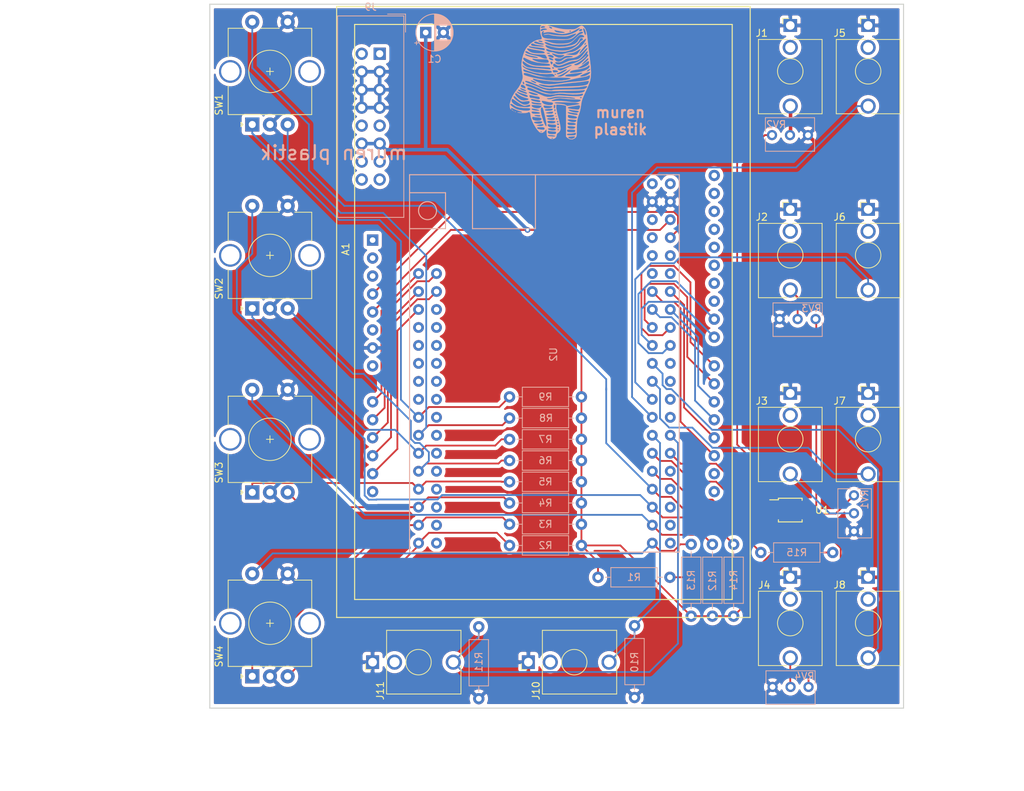
<source format=kicad_pcb>
(kicad_pcb (version 20171130) (host pcbnew 5.1.2)
  (layers (0 F.Cu signal) (31 B.Cu signal) (34 B.Paste user) (35 F.Paste user) (36 B.SilkS user) (37 F.SilkS user) (38 B.Mask user) (39 F.Mask user) (44 Edge.Cuts user))
  (net 0 "")
  (net 1 "Net-(U2-Pad6)")
  (net 2 "Net-(U2-Pad13)")
  (net 3 "Net-(U2-Pad14)")
  (net 4 "Net-(U2-Pad17)")
  (net 5 "Net-(U2-Pad18)")
  (net 6 "Net-(U2-Pad19)")
  (net 7 "Net-(U2-Pad20)")
  (net 8 "Net-(U2-Pad21)")
  (net 9 "Net-(U2-Pad24)")
  (net 10 "Net-(U2-Pad25)")
  (net 11 "Net-(U2-Pad26)")
  (net 12 "Net-(U2-Pad27)")
  (net 13 "Net-(U2-Pad45)")
  (net 14 "Net-(U2-Pad46)")
  (net 15 "Net-(U2-Pad47)")
  (net 16 "Net-(U2-Pad48)")
  (net 17 "Net-(U2-Pad49)")
  (net 18 "Net-(U2-Pad50)")
  (net 19 "Net-(U2-Pad51)")
  (net 20 "Net-(U2-Pad52)")
  (net 21 "Net-(U2-Pad53)")
  (net 22 "Net-(U2-Pad54)")
  (net 23 "Net-(U2-Pad55)")
  (net 24 "Net-(U2-Pad56)")
  (net 25 "Net-(U2-Pad57)")
  (net 26 "Net-(U2-Pad58)")
  (net 27 "Net-(U2-Pad62)")
  (net 28 "Net-(U2-Pad63)")
  (net 29 "Net-(U2-Pad64)")
  (net 30 "Net-(U2-Pad65)")
  (net 31 "Net-(U2-Pad66)")
  (net 32 "Net-(J1-PadTN)")
  (net 33 "Net-(J1-PadT)")
  (net 34 "Net-(J2-PadT)")
  (net 35 "Net-(J2-PadTN)")
  (net 36 "Net-(J3-PadTN)")
  (net 37 "Net-(J3-PadT)")
  (net 38 "Net-(J4-PadT)")
  (net 39 "Net-(J4-PadTN)")
  (net 40 "Net-(J5-PadTN)")
  (net 41 "Net-(J5-PadT)")
  (net 42 "Net-(J6-PadT)")
  (net 43 "Net-(J6-PadTN)")
  (net 44 "Net-(J7-PadTN)")
  (net 45 "Net-(J7-PadT)")
  (net 46 "Net-(J8-PadT)")
  (net 47 "Net-(J8-PadTN)")
  (net 48 GND)
  (net 49 +5V)
  (net 50 "Net-(J9-Pad1)")
  (net 51 "Net-(J9-Pad2)")
  (net 52 "Net-(J9-Pad9)")
  (net 53 "Net-(J9-Pad10)")
  (net 54 "Net-(J9-Pad13)")
  (net 55 "Net-(J9-Pad14)")
  (net 56 "Net-(J9-Pad15)")
  (net 57 "Net-(J9-Pad16)")
  (net 58 "Net-(U2-Pad5)")
  (net 59 "Net-(U2-Pad11)")
  (net 60 "Net-(U2-Pad12)")
  (net 61 "Net-(A1-Pad32)")
  (net 62 "Net-(A1-Pad31)")
  (net 63 "Net-(A1-Pad1)")
  (net 64 "Net-(A1-Pad17)")
  (net 65 "Net-(A1-Pad2)")
  (net 66 "Net-(A1-Pad18)")
  (net 67 "Net-(A1-Pad3)")
  (net 68 "Net-(A1-Pad19)")
  (net 69 "Net-(A1-Pad20)")
  (net 70 "Net-(A1-Pad21)")
  (net 71 "Net-(A1-Pad6)")
  (net 72 "Net-(A1-Pad22)")
  (net 73 "Net-(A1-Pad23)")
  (net 74 "Net-(A1-Pad8)")
  (net 75 "Net-(A1-Pad24)")
  (net 76 "Net-(A1-Pad9)")
  (net 77 "Net-(A1-Pad25)")
  (net 78 "Net-(A1-Pad10)")
  (net 79 "Net-(A1-Pad26)")
  (net 80 "Net-(A1-Pad11)")
  (net 81 "Net-(A1-Pad27)")
  (net 82 "Net-(A1-Pad12)")
  (net 83 "Net-(A1-Pad28)")
  (net 84 "Net-(A1-Pad13)")
  (net 85 "Net-(A1-Pad29)")
  (net 86 "Net-(A1-Pad14)")
  (net 87 "Net-(A1-Pad30)")
  (net 88 "Net-(A1-Pad15)")
  (net 89 "Net-(A1-Pad16)")
  (net 90 VDD)
  (net 91 +3V3)
  (net 92 "Net-(U1-Pad2)")
  (net 93 "Net-(U1-Pad3)")
  (net 94 "Net-(J11-PadTN)")
  (net 95 "Net-(J11-PadT)")
  (net 96 "Net-(J10-PadT)")
  (net 97 "Net-(J10-PadTN)")
  (net 98 "Net-(R1-Pad1)")
  (net 99 "Net-(R15-Pad2)")
  (net 100 "Net-(R14-Pad2)")
  (net 101 "Net-(R12-Pad2)")
  (net 102 "Net-(R13-Pad2)")
  (net 103 "Net-(R9-Pad2)")
  (net 104 "Net-(R8-Pad2)")
  (net 105 "Net-(R7-Pad2)")
  (net 106 "Net-(R6-Pad2)")
  (net 107 "Net-(R5-Pad2)")
  (net 108 "Net-(R4-Pad2)")
  (net 109 "Net-(R3-Pad2)")
  (net 110 "Net-(R2-Pad2)")
  (net 111 "Net-(U1-Pad4)")
  (net 112 "Net-(RV2-Pad3)")
  (net 113 "Net-(RV3-Pad3)")
  (net 114 "Net-(RV4-Pad3)")
  (net 115 "Net-(RV1-Pad3)")
  (net 116 "Net-(U2-Pad1)")
  (module fox_small (layer B.Cu) (at 137 48 180)
    (fp_text reference G*** hide)
    (fp_text value LOGO hide)
  )
  (module Capacitor_THT:CP_Radial_D5.0mm_P2.50mm (layer B.Cu) (at 119 41)
    (fp_text reference C1 (at 1.25 3.75) (layer B.SilkS) (effects (justify mirror)))
    (fp_text value CP)
    (pad 1 thru_hole rect (at 0 0) (size 1.6 1.6) (drill 0.8) (layers *.Cu *.Mask) (net 49 +5V))
    (pad 2 thru_hole circle (at 2.5 0) (size 1.6 1.6) (drill 0.8) (layers *.Cu *.Mask) (net 48 GND))
  )
  (module Resistor_THT:R_Axial_DIN0207_L6.3mm_D2.5mm_P10.16mm_Horizontal (layer B.Cu) (at 153.5 118 180)
    (fp_text reference R1 (at 5.08 0 180) (layer B.SilkS) (effects (justify mirror)))
    (fp_text value 100k)
    (pad 1 thru_hole circle (at 0 0 180) (size 1.6 1.6) (drill 0.8) (layers *.Cu *.Mask) (net 98 "Net-(R1-Pad1)"))
    (pad 2 thru_hole oval (at 10.16 0 180) (size 1.6 1.6) (drill 0.8) (layers *.Cu *.Mask) (net 49 +5V))
  )
  (module Potentiometer_THT:Potentiometer_Bourns_3266Y_Vertical (layer B.Cu) (at 168 133.5 180)
    (fp_text reference RV4 (at -4.5 1.5 180) (layer B.SilkS) (effects (justify mirror)))
    (fp_text value 50K)
    (pad 3 thru_hole circle (at -5.08 0 180) (size 1.44 1.44) (drill 0.8) (layers *.Cu *.Mask) (net 114 "Net-(RV4-Pad3)"))
    (pad 2 thru_hole circle (at -2.54 0 180) (size 1.44 1.44) (drill 0.8) (layers *.Cu *.Mask) (net 38 "Net-(J4-PadT)"))
    (pad 1 thru_hole circle (at 0 0 180) (size 1.44 1.44) (drill 0.8) (layers *.Cu *.Mask) (net 48 GND))
  )
  (module Potentiometer_THT:Potentiometer_Bourns_3266Y_Vertical (layer B.Cu) (at 169 81.5 180)
    (fp_text reference RV3 (at -4.5 1.5 180) (layer B.SilkS) (effects (justify mirror)))
    (fp_text value 50K)
    (pad 1 thru_hole circle (at 0 0 180) (size 1.44 1.44) (drill 0.8) (layers *.Cu *.Mask) (net 48 GND))
    (pad 2 thru_hole circle (at -2.54 0 180) (size 1.44 1.44) (drill 0.8) (layers *.Cu *.Mask) (net 34 "Net-(J2-PadT)"))
    (pad 3 thru_hole circle (at -5.08 0 180) (size 1.44 1.44) (drill 0.8) (layers *.Cu *.Mask) (net 113 "Net-(RV3-Pad3)"))
  )
  (module Potentiometer_THT:Potentiometer_Bourns_3266Y_Vertical (layer B.Cu) (at 173 55.5)
    (fp_text reference RV2 (at -4.5 -1.5) (layer B.SilkS) (effects (justify mirror)))
    (fp_text value 50K)
    (pad 3 thru_hole circle (at -5.08 0) (size 1.44 1.44) (drill 0.8) (layers *.Cu *.Mask) (net 112 "Net-(RV2-Pad3)"))
    (pad 2 thru_hole circle (at -2.54 0) (size 1.44 1.44) (drill 0.8) (layers *.Cu *.Mask) (net 33 "Net-(J1-PadT)"))
    (pad 1 thru_hole circle (at 0 0) (size 1.44 1.44) (drill 0.8) (layers *.Cu *.Mask) (net 48 GND))
  )
  (module Potentiometer_THT:Potentiometer_Bourns_3266Y_Vertical (layer B.Cu) (at 179.5 111.5 270)
    (fp_text reference RV1 (at -4.5 -1.5 270) (layer B.SilkS) (effects (justify mirror)))
    (fp_text value 50K)
    (pad 1 thru_hole circle (at 0 0 270) (size 1.44 1.44) (drill 0.8) (layers *.Cu *.Mask) (net 48 GND))
    (pad 2 thru_hole circle (at -2.54 0 270) (size 1.44 1.44) (drill 0.8) (layers *.Cu *.Mask) (net 37 "Net-(J3-PadT)"))
    (pad 3 thru_hole circle (at -5.08 0 270) (size 1.44 1.44) (drill 0.8) (layers *.Cu *.Mask) (net 115 "Net-(RV1-Pad3)"))
  )
  (module Resistor_THT:R_Axial_DIN0207_L6.3mm_D2.5mm_P10.16mm_Horizontal (layer B.Cu) (at 141 95.5 180)
    (fp_text reference R8 (at 5 0 180) (layer B.SilkS) (effects (justify mirror)))
    (fp_text value 22k)
    (pad 2 thru_hole oval (at 10.16 0 180) (size 1.6 1.6) (drill 0.8) (layers *.Cu *.Mask) (net 104 "Net-(R8-Pad2)"))
    (pad 1 thru_hole circle (at 0 0 180) (size 1.6 1.6) (drill 0.8) (layers *.Cu *.Mask) (net 49 +5V))
  )
  (module Resistor_THT:R_Axial_DIN0207_L6.3mm_D2.5mm_P10.16mm_Horizontal (layer B.Cu) (at 176.5 114.5 180)
    (fp_text reference R15 (at 5.08 0 180) (layer B.SilkS) (effects (justify mirror)))
    (fp_text value 22k)
    (pad 1 thru_hole circle (at 0 0 180) (size 1.6 1.6) (drill 0.8) (layers *.Cu *.Mask) (net 49 +5V))
    (pad 2 thru_hole oval (at 10.16 0 180) (size 1.6 1.6) (drill 0.8) (layers *.Cu *.Mask) (net 99 "Net-(R15-Pad2)"))
  )
  (module Resistor_THT:R_Axial_DIN0207_L6.3mm_D2.5mm_P10.16mm_Horizontal (layer B.Cu) (at 162.5 123.5 90)
    (fp_text reference R14 (at 5.08 0 90) (layer B.SilkS) (effects (justify mirror)))
    (fp_text value 22k)
    (pad 2 thru_hole oval (at 10.16 0 90) (size 1.6 1.6) (drill 0.8) (layers *.Cu *.Mask) (net 100 "Net-(R14-Pad2)"))
    (pad 1 thru_hole circle (at 0 0 90) (size 1.6 1.6) (drill 0.8) (layers *.Cu *.Mask) (net 49 +5V))
  )
  (module Resistor_THT:R_Axial_DIN0207_L6.3mm_D2.5mm_P10.16mm_Horizontal (layer B.Cu) (at 156.5 123.5 90)
    (fp_text reference R13 (at 5.08 0 90) (layer B.SilkS) (effects (justify mirror)))
    (fp_text value 22k)
    (pad 1 thru_hole circle (at 0 0 90) (size 1.6 1.6) (drill 0.8) (layers *.Cu *.Mask) (net 49 +5V))
    (pad 2 thru_hole oval (at 10.16 0 90) (size 1.6 1.6) (drill 0.8) (layers *.Cu *.Mask) (net 102 "Net-(R13-Pad2)"))
  )
  (module Resistor_THT:R_Axial_DIN0207_L6.3mm_D2.5mm_P10.16mm_Horizontal (layer B.Cu) (at 159.5 123.5 90)
    (fp_text reference R12 (at 5 0 90) (layer B.SilkS) (effects (justify mirror)))
    (fp_text value 22k)
    (pad 2 thru_hole oval (at 10.16 0 90) (size 1.6 1.6) (drill 0.8) (layers *.Cu *.Mask) (net 101 "Net-(R12-Pad2)"))
    (pad 1 thru_hole circle (at 0 0 90) (size 1.6 1.6) (drill 0.8) (layers *.Cu *.Mask) (net 49 +5V))
  )
  (module Resistor_THT:R_Axial_DIN0207_L6.3mm_D2.5mm_P10.16mm_Horizontal (layer B.Cu) (at 126.5 135.16 90)
    (fp_text reference R11 (at 5.16 0 90) (layer B.SilkS) (effects (justify mirror)))
    (fp_text value 22k)
    (pad 1 thru_hole circle (at 0 0 90) (size 1.6 1.6) (drill 0.8) (layers *.Cu *.Mask) (net 48 GND))
    (pad 2 thru_hole oval (at 10.16 0 90) (size 1.6 1.6) (drill 0.8) (layers *.Cu *.Mask) (net 95 "Net-(J11-PadT)"))
  )
  (module Resistor_THT:R_Axial_DIN0207_L6.3mm_D2.5mm_P10.16mm_Horizontal (layer B.Cu) (at 148.5 135 90)
    (fp_text reference R10 (at 5 0 90) (layer B.SilkS) (effects (justify mirror)))
    (fp_text value 22k)
    (pad 2 thru_hole oval (at 10.16 0 90) (size 1.6 1.6) (drill 0.8) (layers *.Cu *.Mask) (net 96 "Net-(J10-PadT)"))
    (pad 1 thru_hole circle (at 0 0 90) (size 1.6 1.6) (drill 0.8) (layers *.Cu *.Mask) (net 48 GND))
  )
  (module Resistor_THT:R_Axial_DIN0207_L6.3mm_D2.5mm_P10.16mm_Horizontal (layer B.Cu) (at 141 92.5 180)
    (fp_text reference R9 (at 5.08 0 180) (layer B.SilkS) (effects (justify mirror)))
    (fp_text value 22k)
    (pad 1 thru_hole circle (at 0 0 180) (size 1.6 1.6) (drill 0.8) (layers *.Cu *.Mask) (net 49 +5V))
    (pad 2 thru_hole oval (at 10.16 0 180) (size 1.6 1.6) (drill 0.8) (layers *.Cu *.Mask) (net 103 "Net-(R9-Pad2)"))
  )
  (module Resistor_THT:R_Axial_DIN0207_L6.3mm_D2.5mm_P10.16mm_Horizontal (layer B.Cu) (at 141 98.5 180)
    (fp_text reference R7 (at 5.08 0 180) (layer B.SilkS) (effects (justify mirror)))
    (fp_text value 22k)
    (pad 2 thru_hole oval (at 10.16 0 180) (size 1.6 1.6) (drill 0.8) (layers *.Cu *.Mask) (net 105 "Net-(R7-Pad2)"))
    (pad 1 thru_hole circle (at 0 0 180) (size 1.6 1.6) (drill 0.8) (layers *.Cu *.Mask) (net 49 +5V))
  )
  (module Resistor_THT:R_Axial_DIN0207_L6.3mm_D2.5mm_P10.16mm_Horizontal (layer B.Cu) (at 141 101.5 180)
    (fp_text reference R6 (at 5.08 0 180) (layer B.SilkS) (effects (justify mirror)))
    (fp_text value 22k)
    (pad 1 thru_hole circle (at 0 0 180) (size 1.6 1.6) (drill 0.8) (layers *.Cu *.Mask) (net 49 +5V))
    (pad 2 thru_hole oval (at 10.16 0 180) (size 1.6 1.6) (drill 0.8) (layers *.Cu *.Mask) (net 106 "Net-(R6-Pad2)"))
  )
  (module Resistor_THT:R_Axial_DIN0207_L6.3mm_D2.5mm_P10.16mm_Horizontal (layer B.Cu) (at 141 104.5 180)
    (fp_text reference R5 (at 5.08 0 180) (layer B.SilkS) (effects (justify mirror)))
    (fp_text value 22k)
    (pad 2 thru_hole oval (at 10.16 0 180) (size 1.6 1.6) (drill 0.8) (layers *.Cu *.Mask) (net 107 "Net-(R5-Pad2)"))
    (pad 1 thru_hole circle (at 0 0 180) (size 1.6 1.6) (drill 0.8) (layers *.Cu *.Mask) (net 49 +5V))
  )
  (module Resistor_THT:R_Axial_DIN0207_L6.3mm_D2.5mm_P10.16mm_Horizontal (layer B.Cu) (at 141 113.5 180)
    (fp_text reference R2 (at 5.08 0 180) (layer B.SilkS) (effects (justify mirror)))
    (fp_text value 22k)
    (pad 1 thru_hole circle (at 0 0 180) (size 1.6 1.6) (drill 0.8) (layers *.Cu *.Mask) (net 49 +5V))
    (pad 2 thru_hole oval (at 10.16 0 180) (size 1.6 1.6) (drill 0.8) (layers *.Cu *.Mask) (net 110 "Net-(R2-Pad2)"))
  )
  (module Resistor_THT:R_Axial_DIN0207_L6.3mm_D2.5mm_P10.16mm_Horizontal (layer B.Cu) (at 141 107.5 180)
    (fp_text reference R4 (at 5.08 0 180) (layer B.SilkS) (effects (justify mirror)))
    (fp_text value 22k)
    (pad 2 thru_hole oval (at 10.16 0 180) (size 1.6 1.6) (drill 0.8) (layers *.Cu *.Mask) (net 108 "Net-(R4-Pad2)"))
    (pad 1 thru_hole circle (at 0 0 180) (size 1.6 1.6) (drill 0.8) (layers *.Cu *.Mask) (net 49 +5V))
  )
  (module Resistor_THT:R_Axial_DIN0207_L6.3mm_D2.5mm_P10.16mm_Horizontal (layer B.Cu) (at 141 110.5 180)
    (fp_text reference R3 (at 5.08 0 180) (layer B.SilkS) (effects (justify mirror)))
    (fp_text value 22k)
    (pad 1 thru_hole circle (at 0 0 180) (size 1.6 1.6) (drill 0.8) (layers *.Cu *.Mask) (net 49 +5V))
    (pad 2 thru_hole oval (at 10.16 0 180) (size 1.6 1.6) (drill 0.8) (layers *.Cu *.Mask) (net 109 "Net-(R3-Pad2)"))
  )
  (module Connector_Audio:Jack_3.5mm_QingPu_WQP-PJ398SM_Vertical_CircularHoles (layer F.Cu) (at 133.5 130 90)
    (fp_text reference J10 (at -4.03 1.08 270) (layer F.SilkS))
    (fp_text value AudioJack2_Ground_Switch)
    (pad T thru_hole circle (at 0 11.4 270) (size 2.13 2.13) (drill 1.43) (layers *.Cu *.Mask) (net 96 "Net-(J10-PadT)"))
    (pad S thru_hole rect (at 0 0 270) (size 1.93 1.83) (drill 1.22) (layers *.Cu *.Mask) (net 48 GND))
    (pad TN thru_hole circle (at 0 3.1 270) (size 2.13 2.13) (drill 1.42) (layers *.Cu *.Mask) (net 97 "Net-(J10-PadTN)"))
  )
  (module Connector_Audio:Jack_3.5mm_QingPu_WQP-PJ398SM_Vertical_CircularHoles (layer F.Cu) (at 111.5 130 90)
    (fp_text reference J11 (at -4.03 1.08 270) (layer F.SilkS))
    (fp_text value AudioJack2_Ground_Switch)
    (pad TN thru_hole circle (at 0 3.1 270) (size 2.13 2.13) (drill 1.42) (layers *.Cu *.Mask) (net 94 "Net-(J11-PadTN)"))
    (pad S thru_hole rect (at 0 0 270) (size 1.93 1.83) (drill 1.22) (layers *.Cu *.Mask) (net 48 GND))
    (pad T thru_hole circle (at 0 11.4 270) (size 2.13 2.13) (drill 1.43) (layers *.Cu *.Mask) (net 95 "Net-(J11-PadT)"))
  )
  (module Package_SO:MSOP-10_3x3mm_P0.5mm (layer F.Cu) (at 170.5 108.5)
    (fp_text reference U1 (at 4.5 0) (layer F.SilkS))
    (fp_text value MCP4728)
    (pad 1 smd rect (at -2.2 -1) (size 1.4 0.3) (layers F.Cu F.Paste F.Mask) (net 49 +5V))
    (pad 2 smd rect (at -2.2 -0.5) (size 1.4 0.3) (layers F.Cu F.Paste F.Mask) (net 92 "Net-(U1-Pad2)"))
    (pad 3 smd rect (at -2.2 0) (size 1.4 0.3) (layers F.Cu F.Paste F.Mask) (net 93 "Net-(U1-Pad3)"))
    (pad 4 smd rect (at -2.2 0.5) (size 1.4 0.3) (layers F.Cu F.Paste F.Mask) (net 111 "Net-(U1-Pad4)"))
    (pad 5 smd rect (at -2.2 1) (size 1.4 0.3) (layers F.Cu F.Paste F.Mask) (net 98 "Net-(R1-Pad1)"))
    (pad 6 smd rect (at 2.2 1) (size 1.4 0.3) (layers F.Cu F.Paste F.Mask) (net 114 "Net-(RV4-Pad3)"))
    (pad 7 smd rect (at 2.2 0.5) (size 1.4 0.3) (layers F.Cu F.Paste F.Mask) (net 115 "Net-(RV1-Pad3)"))
    (pad 8 smd rect (at 2.2 0) (size 1.4 0.3) (layers F.Cu F.Paste F.Mask) (net 113 "Net-(RV3-Pad3)"))
    (pad 9 smd rect (at 2.2 -0.5) (size 1.4 0.3) (layers F.Cu F.Paste F.Mask) (net 112 "Net-(RV2-Pad3)"))
    (pad 10 smd rect (at 2.2 -1) (size 1.4 0.3) (layers F.Cu F.Paste F.Mask) (net 48 GND))
  )
  (module Touch_Shield:Touch_Shield (layer F.Cu) (at 111.5 80.5 90)
    (fp_text reference A1 (at 8.89 -3.81 270) (layer F.SilkS))
    (fp_text value Touch_Shield)
    (pad 32 thru_hole oval (at 19.3 48.26) (size 1.6 1.6) (drill 0.8) (layers *.Cu *.Mask) (net 61 "Net-(A1-Pad32)"))
    (pad 31 thru_hole oval (at 16.76 48.26) (size 1.6 1.6) (drill 0.8) (layers *.Cu *.Mask) (net 62 "Net-(A1-Pad31)"))
    (pad 1 thru_hole rect (at 10.16 0) (size 1.6 1.6) (drill 0.8) (layers *.Cu *.Mask) (net 63 "Net-(A1-Pad1)"))
    (pad 17 thru_hole oval (at -20.32 48.26) (size 1.6 1.6) (drill 0.8) (layers *.Cu *.Mask) (net 64 "Net-(A1-Pad17)"))
    (pad 2 thru_hole oval (at 7.62 0) (size 1.6 1.6) (drill 0.8) (layers *.Cu *.Mask) (net 65 "Net-(A1-Pad2)"))
    (pad 18 thru_hole oval (at -17.78 48.26) (size 1.6 1.6) (drill 0.8) (layers *.Cu *.Mask) (net 66 "Net-(A1-Pad18)"))
    (pad 3 thru_hole oval (at 5.08 0) (size 1.6 1.6) (drill 0.8) (layers *.Cu *.Mask) (net 67 "Net-(A1-Pad3)"))
    (pad 19 thru_hole oval (at -15.24 48.26) (size 1.6 1.6) (drill 0.8) (layers *.Cu *.Mask) (net 68 "Net-(A1-Pad19)"))
    (pad 4 thru_hole oval (at 2.54 0) (size 1.6 1.6) (drill 0.8) (layers *.Cu *.Mask) (net 91 +3V3))
    (pad 20 thru_hole oval (at -12.7 48.26) (size 1.6 1.6) (drill 0.8) (layers *.Cu *.Mask) (net 69 "Net-(A1-Pad20)"))
    (pad 5 thru_hole oval (at 0 0) (size 1.6 1.6) (drill 0.8) (layers *.Cu *.Mask) (net 49 +5V))
    (pad 21 thru_hole oval (at -10.16 48.26) (size 1.6 1.6) (drill 0.8) (layers *.Cu *.Mask) (net 70 "Net-(A1-Pad21)"))
    (pad 6 thru_hole oval (at -2.54 0) (size 1.6 1.6) (drill 0.8) (layers *.Cu *.Mask) (net 71 "Net-(A1-Pad6)"))
    (pad 22 thru_hole oval (at -7.62 48.26) (size 1.6 1.6) (drill 0.8) (layers *.Cu *.Mask) (net 72 "Net-(A1-Pad22)"))
    (pad 7 thru_hole oval (at -5.08 0) (size 1.6 1.6) (drill 0.8) (layers *.Cu *.Mask) (net 48 GND))
    (pad 23 thru_hole oval (at -3.56 48.26) (size 1.6 1.6) (drill 0.8) (layers *.Cu *.Mask) (net 73 "Net-(A1-Pad23)"))
    (pad 8 thru_hole oval (at -7.62 0) (size 1.6 1.6) (drill 0.8) (layers *.Cu *.Mask) (net 74 "Net-(A1-Pad8)"))
    (pad 24 thru_hole oval (at -1.02 48.26) (size 1.6 1.6) (drill 0.8) (layers *.Cu *.Mask) (net 75 "Net-(A1-Pad24)"))
    (pad 9 thru_hole oval (at -12.7 0) (size 1.6 1.6) (drill 0.8) (layers *.Cu *.Mask) (net 76 "Net-(A1-Pad9)"))
    (pad 25 thru_hole oval (at 1.52 48.26) (size 1.6 1.6) (drill 0.8) (layers *.Cu *.Mask) (net 77 "Net-(A1-Pad25)"))
    (pad 10 thru_hole oval (at -15.24 0) (size 1.6 1.6) (drill 0.8) (layers *.Cu *.Mask) (net 78 "Net-(A1-Pad10)"))
    (pad 26 thru_hole oval (at 4.06 48.26) (size 1.6 1.6) (drill 0.8) (layers *.Cu *.Mask) (net 79 "Net-(A1-Pad26)"))
    (pad 11 thru_hole oval (at -17.78 0) (size 1.6 1.6) (drill 0.8) (layers *.Cu *.Mask) (net 80 "Net-(A1-Pad11)"))
    (pad 27 thru_hole oval (at 6.6 48.26) (size 1.6 1.6) (drill 0.8) (layers *.Cu *.Mask) (net 81 "Net-(A1-Pad27)"))
    (pad 12 thru_hole oval (at -20.32 0) (size 1.6 1.6) (drill 0.8) (layers *.Cu *.Mask) (net 82 "Net-(A1-Pad12)"))
    (pad 28 thru_hole oval (at 9.14 48.26) (size 1.6 1.6) (drill 0.8) (layers *.Cu *.Mask) (net 83 "Net-(A1-Pad28)"))
    (pad 13 thru_hole oval (at -22.86 0) (size 1.6 1.6) (drill 0.8) (layers *.Cu *.Mask) (net 84 "Net-(A1-Pad13)"))
    (pad 29 thru_hole oval (at 11.68 48.26) (size 1.6 1.6) (drill 0.8) (layers *.Cu *.Mask) (net 85 "Net-(A1-Pad29)"))
    (pad 14 thru_hole oval (at -25.4 0) (size 1.6 1.6) (drill 0.8) (layers *.Cu *.Mask) (net 86 "Net-(A1-Pad14)"))
    (pad 30 thru_hole oval (at 14.22 48.26) (size 1.6 1.6) (drill 0.8) (layers *.Cu *.Mask) (net 87 "Net-(A1-Pad30)"))
    (pad 15 thru_hole oval (at -25.4 48.26) (size 1.6 1.6) (drill 0.8) (layers *.Cu *.Mask) (net 88 "Net-(A1-Pad15)"))
    (pad 16 thru_hole oval (at -22.86 48.26) (size 1.6 1.6) (drill 0.8) (layers *.Cu *.Mask) (net 89 "Net-(A1-Pad16)"))
  )
  (module Connector_IDC:IDC-Header_2x08_P2.54mm_Vertical (layer B.Cu) (at 112.5 44 180)
    (fp_text reference J9 (at 1.27 6.604 180) (layer B.SilkS) (effects (justify mirror)))
    (fp_text value Conn_02x08_Odd_Even)
    (pad 1 thru_hole rect (at 0 0 180) (size 1.7272 1.7272) (drill 1.016) (layers *.Cu *.Mask) (net 50 "Net-(J9-Pad1)"))
    (pad 2 thru_hole oval (at 2.54 0 180) (size 1.7272 1.7272) (drill 1.016) (layers *.Cu *.Mask) (net 51 "Net-(J9-Pad2)"))
    (pad 3 thru_hole oval (at 0 -2.54 180) (size 1.7272 1.7272) (drill 1.016) (layers *.Cu *.Mask) (net 48 GND))
    (pad 4 thru_hole oval (at 2.54 -2.54 180) (size 1.7272 1.7272) (drill 1.016) (layers *.Cu *.Mask) (net 48 GND))
    (pad 5 thru_hole oval (at 0 -5.08 180) (size 1.7272 1.7272) (drill 1.016) (layers *.Cu *.Mask) (net 48 GND))
    (pad 6 thru_hole oval (at 2.54 -5.08 180) (size 1.7272 1.7272) (drill 1.016) (layers *.Cu *.Mask) (net 48 GND))
    (pad 7 thru_hole oval (at 0 -7.62 180) (size 1.7272 1.7272) (drill 1.016) (layers *.Cu *.Mask) (net 48 GND))
    (pad 8 thru_hole oval (at 2.54 -7.62 180) (size 1.7272 1.7272) (drill 1.016) (layers *.Cu *.Mask) (net 48 GND))
    (pad 9 thru_hole oval (at 0 -10.16 180) (size 1.7272 1.7272) (drill 1.016) (layers *.Cu *.Mask) (net 52 "Net-(J9-Pad9)"))
    (pad 10 thru_hole oval (at 2.54 -10.16 180) (size 1.7272 1.7272) (drill 1.016) (layers *.Cu *.Mask) (net 53 "Net-(J9-Pad10)"))
    (pad 11 thru_hole oval (at 0 -12.7 180) (size 1.7272 1.7272) (drill 1.016) (layers *.Cu *.Mask) (net 49 +5V))
    (pad 12 thru_hole oval (at 2.54 -12.7 180) (size 1.7272 1.7272) (drill 1.016) (layers *.Cu *.Mask) (net 49 +5V))
    (pad 13 thru_hole oval (at 0 -15.24 180) (size 1.7272 1.7272) (drill 1.016) (layers *.Cu *.Mask) (net 54 "Net-(J9-Pad13)"))
    (pad 14 thru_hole oval (at 2.54 -15.24 180) (size 1.7272 1.7272) (drill 1.016) (layers *.Cu *.Mask) (net 55 "Net-(J9-Pad14)"))
    (pad 15 thru_hole oval (at 0 -17.78 180) (size 1.7272 1.7272) (drill 1.016) (layers *.Cu *.Mask) (net 56 "Net-(J9-Pad15)"))
    (pad 16 thru_hole oval (at 2.54 -17.78 180) (size 1.7272 1.7272) (drill 1.016) (layers *.Cu *.Mask) (net 57 "Net-(J9-Pad16)"))
  )
  (module Connector_Audio:Jack_3.5mm_QingPu_WQP-PJ398SM_Vertical_CircularHoles (layer F.Cu) (at 181.5 118)
    (fp_text reference J8 (at -4.03 1.08 180) (layer F.SilkS))
    (fp_text value AudioJack2_Ground_Switch)
    (pad T thru_hole circle (at 0 11.4 180) (size 2.13 2.13) (drill 1.43) (layers *.Cu *.Mask) (net 46 "Net-(J8-PadT)"))
    (pad S thru_hole rect (at 0 0 180) (size 1.93 1.83) (drill 1.22) (layers *.Cu *.Mask) (net 48 GND))
    (pad TN thru_hole circle (at 0 3.1 180) (size 2.13 2.13) (drill 1.42) (layers *.Cu *.Mask) (net 47 "Net-(J8-PadTN)"))
  )
  (module Connector_Audio:Jack_3.5mm_QingPu_WQP-PJ398SM_Vertical_CircularHoles (layer F.Cu) (at 181.5 92)
    (fp_text reference J7 (at -4.03 1.08 180) (layer F.SilkS))
    (fp_text value AudioJack2_Ground_Switch)
    (pad TN thru_hole circle (at 0 3.1 180) (size 2.13 2.13) (drill 1.42) (layers *.Cu *.Mask) (net 44 "Net-(J7-PadTN)"))
    (pad S thru_hole rect (at 0 0 180) (size 1.93 1.83) (drill 1.22) (layers *.Cu *.Mask) (net 48 GND))
    (pad T thru_hole circle (at 0 11.4 180) (size 2.13 2.13) (drill 1.43) (layers *.Cu *.Mask) (net 45 "Net-(J7-PadT)"))
  )
  (module Rotary_Encoder:RotaryEncoder_Alps_EC11E-Switch_Vertical_H20mm_CircularMountingHoles (layer F.Cu) (at 94.5 132 90)
    (fp_text reference SW4 (at 2.8 -4.7 90) (layer F.SilkS))
    (fp_text value Rotary_Encoder_Switch)
    (pad A thru_hole rect (at 0 0 90) (size 2 2) (drill 1) (layers *.Cu *.Mask) (net 109 "Net-(R3-Pad2)"))
    (pad C thru_hole circle (at 0 2.5 90) (size 2 2) (drill 1) (layers *.Cu *.Mask) (net 48 GND))
    (pad B thru_hole circle (at 0 5 90) (size 2 2) (drill 1) (layers *.Cu *.Mask) (net 110 "Net-(R2-Pad2)"))
    (pad MP thru_hole circle (at 7.5 -3.1 90) (size 3.2 3.2) (drill 2.6) (layers *.Cu *.Mask))
    (pad MP thru_hole circle (at 7.5 8.1 90) (size 3.2 3.2) (drill 2.6) (layers *.Cu *.Mask))
    (pad S2 thru_hole circle (at 14.5 0 90) (size 2 2) (drill 1) (layers *.Cu *.Mask) (net 102 "Net-(R13-Pad2)"))
    (pad S1 thru_hole circle (at 14.5 5 90) (size 2 2) (drill 1) (layers *.Cu *.Mask) (net 48 GND))
  )
  (module Rotary_Encoder:RotaryEncoder_Alps_EC11E-Switch_Vertical_H20mm_CircularMountingHoles (layer F.Cu) (at 94.5 106 90)
    (fp_text reference SW3 (at 2.8 -4.7 90) (layer F.SilkS))
    (fp_text value Rotary_Encoder_Switch)
    (pad S1 thru_hole circle (at 14.5 5 90) (size 2 2) (drill 1) (layers *.Cu *.Mask) (net 48 GND))
    (pad S2 thru_hole circle (at 14.5 0 90) (size 2 2) (drill 1) (layers *.Cu *.Mask) (net 101 "Net-(R12-Pad2)"))
    (pad MP thru_hole circle (at 7.5 8.1 90) (size 3.2 3.2) (drill 2.6) (layers *.Cu *.Mask))
    (pad MP thru_hole circle (at 7.5 -3.1 90) (size 3.2 3.2) (drill 2.6) (layers *.Cu *.Mask))
    (pad B thru_hole circle (at 0 5 90) (size 2 2) (drill 1) (layers *.Cu *.Mask) (net 108 "Net-(R4-Pad2)"))
    (pad C thru_hole circle (at 0 2.5 90) (size 2 2) (drill 1) (layers *.Cu *.Mask) (net 48 GND))
    (pad A thru_hole rect (at 0 0 90) (size 2 2) (drill 1) (layers *.Cu *.Mask) (net 107 "Net-(R5-Pad2)"))
  )
  (module Rotary_Encoder:RotaryEncoder_Alps_EC11E-Switch_Vertical_H20mm_CircularMountingHoles (layer F.Cu) (at 94.5 80 90)
    (fp_text reference SW2 (at 2.8 -4.7 90) (layer F.SilkS))
    (fp_text value Rotary_Encoder_Switch)
    (pad A thru_hole rect (at 0 0 90) (size 2 2) (drill 1) (layers *.Cu *.Mask) (net 105 "Net-(R7-Pad2)"))
    (pad C thru_hole circle (at 0 2.5 90) (size 2 2) (drill 1) (layers *.Cu *.Mask) (net 48 GND))
    (pad B thru_hole circle (at 0 5 90) (size 2 2) (drill 1) (layers *.Cu *.Mask) (net 106 "Net-(R6-Pad2)"))
    (pad MP thru_hole circle (at 7.5 -3.1 90) (size 3.2 3.2) (drill 2.6) (layers *.Cu *.Mask))
    (pad MP thru_hole circle (at 7.5 8.1 90) (size 3.2 3.2) (drill 2.6) (layers *.Cu *.Mask))
    (pad S2 thru_hole circle (at 14.5 0 90) (size 2 2) (drill 1) (layers *.Cu *.Mask) (net 100 "Net-(R14-Pad2)"))
    (pad S1 thru_hole circle (at 14.5 5 90) (size 2 2) (drill 1) (layers *.Cu *.Mask) (net 48 GND))
  )
  (module Rotary_Encoder:RotaryEncoder_Alps_EC11E-Switch_Vertical_H20mm_CircularMountingHoles (layer F.Cu) (at 94.5 54 90)
    (fp_text reference SW1 (at 2.8 -4.7 90) (layer F.SilkS))
    (fp_text value Rotary_Encoder_Switch)
    (pad S1 thru_hole circle (at 14.5 5 90) (size 2 2) (drill 1) (layers *.Cu *.Mask) (net 48 GND))
    (pad S2 thru_hole circle (at 14.5 0 90) (size 2 2) (drill 1) (layers *.Cu *.Mask) (net 99 "Net-(R15-Pad2)"))
    (pad MP thru_hole circle (at 7.5 8.1 90) (size 3.2 3.2) (drill 2.6) (layers *.Cu *.Mask))
    (pad MP thru_hole circle (at 7.5 -3.1 90) (size 3.2 3.2) (drill 2.6) (layers *.Cu *.Mask))
    (pad B thru_hole circle (at 0 5 90) (size 2 2) (drill 1) (layers *.Cu *.Mask) (net 104 "Net-(R8-Pad2)"))
    (pad C thru_hole circle (at 0 2.5 90) (size 2 2) (drill 1) (layers *.Cu *.Mask) (net 48 GND))
    (pad A thru_hole rect (at 0 0 90) (size 2 2) (drill 1) (layers *.Cu *.Mask) (net 103 "Net-(R9-Pad2)"))
  )
  (module Connector_Audio:Jack_3.5mm_QingPu_WQP-PJ398SM_Vertical_CircularHoles (layer F.Cu) (at 181.5 66)
    (fp_text reference J6 (at -4.03 1.08 180) (layer F.SilkS))
    (fp_text value AudioJack2_Ground_Switch)
    (pad T thru_hole circle (at 0 11.4 180) (size 2.13 2.13) (drill 1.43) (layers *.Cu *.Mask) (net 42 "Net-(J6-PadT)"))
    (pad S thru_hole rect (at 0 0 180) (size 1.93 1.83) (drill 1.22) (layers *.Cu *.Mask) (net 48 GND))
    (pad TN thru_hole circle (at 0 3.1 180) (size 2.13 2.13) (drill 1.42) (layers *.Cu *.Mask) (net 43 "Net-(J6-PadTN)"))
  )
  (module Connector_Audio:Jack_3.5mm_QingPu_WQP-PJ398SM_Vertical_CircularHoles (layer F.Cu) (at 181.5 40)
    (fp_text reference J5 (at -4.03 1.08 180) (layer F.SilkS))
    (fp_text value AudioJack2_Ground_Switch)
    (pad TN thru_hole circle (at 0 3.1 180) (size 2.13 2.13) (drill 1.42) (layers *.Cu *.Mask) (net 40 "Net-(J5-PadTN)"))
    (pad S thru_hole rect (at 0 0 180) (size 1.93 1.83) (drill 1.22) (layers *.Cu *.Mask) (net 48 GND))
    (pad T thru_hole circle (at 0 11.4 180) (size 2.13 2.13) (drill 1.43) (layers *.Cu *.Mask) (net 41 "Net-(J5-PadT)"))
  )
  (module Connector_Audio:Jack_3.5mm_QingPu_WQP-PJ398SM_Vertical_CircularHoles (layer F.Cu) (at 170.5 118)
    (fp_text reference J4 (at -3.675001 1.104999 180) (layer F.SilkS))
    (fp_text value CV4)
    (pad T thru_hole circle (at 0 11.4 180) (size 2.13 2.13) (drill 1.43) (layers *.Cu *.Mask) (net 38 "Net-(J4-PadT)"))
    (pad S thru_hole rect (at 0 0 180) (size 1.93 1.83) (drill 1.22) (layers *.Cu *.Mask) (net 48 GND))
    (pad TN thru_hole circle (at 0 3.1 180) (size 2.13 2.13) (drill 1.42) (layers *.Cu *.Mask) (net 39 "Net-(J4-PadTN)"))
  )
  (module Connector_Audio:Jack_3.5mm_QingPu_WQP-PJ398SM_Vertical_CircularHoles (layer F.Cu) (at 170.5 92)
    (fp_text reference J3 (at -4.03 1.08 180) (layer F.SilkS))
    (fp_text value CV3)
    (pad TN thru_hole circle (at 0 3.1 180) (size 2.13 2.13) (drill 1.42) (layers *.Cu *.Mask) (net 36 "Net-(J3-PadTN)"))
    (pad S thru_hole rect (at 0 0 180) (size 1.93 1.83) (drill 1.22) (layers *.Cu *.Mask) (net 48 GND))
    (pad T thru_hole circle (at 0 11.4 180) (size 2.13 2.13) (drill 1.43) (layers *.Cu *.Mask) (net 37 "Net-(J3-PadT)"))
  )
  (module Connector_Audio:Jack_3.5mm_QingPu_WQP-PJ398SM_Vertical_CircularHoles (layer F.Cu) (at 170.5 66)
    (fp_text reference J2 (at -4.03 1.08 180) (layer F.SilkS))
    (fp_text value CV2)
    (pad T thru_hole circle (at 0 11.4 180) (size 2.13 2.13) (drill 1.43) (layers *.Cu *.Mask) (net 34 "Net-(J2-PadT)"))
    (pad S thru_hole rect (at 0 0 180) (size 1.93 1.83) (drill 1.22) (layers *.Cu *.Mask) (net 48 GND))
    (pad TN thru_hole circle (at 0 3.1 180) (size 2.13 2.13) (drill 1.42) (layers *.Cu *.Mask) (net 35 "Net-(J2-PadTN)"))
  )
  (module Connector_Audio:Jack_3.5mm_QingPu_WQP-PJ398SM_Vertical_CircularHoles (layer F.Cu) (at 170.5 40)
    (fp_text reference J1 (at -4.03 1.08 180) (layer F.SilkS))
    (fp_text value CV1)
    (pad TN thru_hole circle (at 0 3.1 180) (size 2.13 2.13) (drill 1.42) (layers *.Cu *.Mask) (net 32 "Net-(J1-PadTN)"))
    (pad S thru_hole rect (at 0 0 180) (size 1.93 1.83) (drill 1.22) (layers *.Cu *.Mask) (net 48 GND))
    (pad T thru_hole circle (at 0 11.4 180) (size 2.13 2.13) (drill 1.43) (layers *.Cu *.Mask) (net 33 "Net-(J1-PadT)"))
  )
  (module board:mega_2560 (layer B.Cu) (at 134.5 86.5 270)
    (fp_text reference U2 (at 0 -2.54 270) (layer B.SilkS) (effects (justify mirror)))
    (fp_text value mega_2560)
    (pad 1 thru_hole circle (at -24.13 -19.05 270) (size 1.524 1.524) (drill 0.762) (layers *.Cu *.Mask) (net 116 "Net-(U2-Pad1)"))
    (pad 2 thru_hole circle (at -21.59 -19.05 270) (size 1.524 1.524) (drill 0.762) (layers *.Cu *.Mask) (net 48 GND))
    (pad 3 thru_hole circle (at -19.05 -19.05 270) (size 1.524 1.524) (drill 0.762) (layers *.Cu *.Mask) (net 49 +5V))
    (pad 4 thru_hole circle (at -16.51 -19.05 270) (size 1.524 1.524) (drill 0.762) (layers *.Cu *.Mask) (net 91 +3V3))
    (pad 5 thru_hole circle (at -13.97 -19.05 270) (size 1.524 1.524) (drill 0.762) (layers *.Cu *.Mask) (net 58 "Net-(U2-Pad5)"))
    (pad 6 thru_hole circle (at -11.43 -19.05 270) (size 1.524 1.524) (drill 0.762) (layers *.Cu *.Mask) (net 1 "Net-(U2-Pad6)"))
    (pad 7 thru_hole circle (at -8.89 -19.05 270) (size 1.524 1.524) (drill 0.762) (layers *.Cu *.Mask) (net 66 "Net-(A1-Pad18)"))
    (pad 8 thru_hole circle (at -6.35 -19.05 270) (size 1.524 1.524) (drill 0.762) (layers *.Cu *.Mask) (net 69 "Net-(A1-Pad20)"))
    (pad 9 thru_hole circle (at -3.81 -19.05 270) (size 1.524 1.524) (drill 0.762) (layers *.Cu *.Mask) (net 72 "Net-(A1-Pad22)"))
    (pad 10 thru_hole circle (at -1.27 -19.05 270) (size 1.524 1.524) (drill 0.762) (layers *.Cu *.Mask) (net 75 "Net-(A1-Pad24)"))
    (pad 11 thru_hole circle (at 1.27 -19.05 270) (size 1.524 1.524) (drill 0.762) (layers *.Cu *.Mask) (net 59 "Net-(U2-Pad11)"))
    (pad 12 thru_hole circle (at 3.81 -19.05 270) (size 1.524 1.524) (drill 0.762) (layers *.Cu *.Mask) (net 60 "Net-(U2-Pad12)"))
    (pad 13 thru_hole circle (at 6.35 -19.05 270) (size 1.524 1.524) (drill 0.762) (layers *.Cu *.Mask) (net 2 "Net-(U2-Pad13)"))
    (pad 14 thru_hole circle (at 8.89 -19.05 270) (size 1.524 1.524) (drill 0.762) (layers *.Cu *.Mask) (net 3 "Net-(U2-Pad14)"))
    (pad 15 thru_hole circle (at 11.43 -19.05 270) (size 1.524 1.524) (drill 0.762) (layers *.Cu *.Mask) (net 95 "Net-(J11-PadT)"))
    (pad 16 thru_hole circle (at 13.97 -19.05 270) (size 1.524 1.524) (drill 0.762) (layers *.Cu *.Mask) (net 92 "Net-(U1-Pad2)"))
    (pad 17 thru_hole circle (at 16.51 -19.05 270) (size 1.524 1.524) (drill 0.762) (layers *.Cu *.Mask) (net 4 "Net-(U2-Pad17)"))
    (pad 18 thru_hole circle (at 19.05 -19.05 270) (size 1.524 1.524) (drill 0.762) (layers *.Cu *.Mask) (net 5 "Net-(U2-Pad18)"))
    (pad 19 thru_hole circle (at 21.59 -19.05 270) (size 1.524 1.524) (drill 0.762) (layers *.Cu *.Mask) (net 6 "Net-(U2-Pad19)"))
    (pad 20 thru_hole circle (at 24.13 -19.05 270) (size 1.524 1.524) (drill 0.762) (layers *.Cu *.Mask) (net 7 "Net-(U2-Pad20)"))
    (pad 21 thru_hole circle (at 26.67 -19.05 270) (size 1.524 1.524) (drill 0.762) (layers *.Cu *.Mask) (net 8 "Net-(U2-Pad21)"))
    (pad 22 thru_hole circle (at -24.13 -16.51 270) (size 1.524 1.524) (drill 0.762) (layers *.Cu *.Mask) (net 90 VDD))
    (pad 23 thru_hole circle (at -21.59 -16.51 270) (size 1.524 1.524) (drill 0.762) (layers *.Cu *.Mask) (net 48 GND))
    (pad 24 thru_hole circle (at -19.05 -16.51 270) (size 1.524 1.524) (drill 0.762) (layers *.Cu *.Mask) (net 9 "Net-(U2-Pad24)"))
    (pad 25 thru_hole circle (at -16.51 -16.51 270) (size 1.524 1.524) (drill 0.762) (layers *.Cu *.Mask) (net 10 "Net-(U2-Pad25)"))
    (pad 26 thru_hole circle (at -13.97 -16.51 270) (size 1.524 1.524) (drill 0.762) (layers *.Cu *.Mask) (net 11 "Net-(U2-Pad26)"))
    (pad 27 thru_hole circle (at -11.43 -16.51 270) (size 1.524 1.524) (drill 0.762) (layers *.Cu *.Mask) (net 12 "Net-(U2-Pad27)"))
    (pad 28 thru_hole circle (at -8.89 -16.51 270) (size 1.524 1.524) (drill 0.762) (layers *.Cu *.Mask) (net 64 "Net-(A1-Pad17)"))
    (pad 29 thru_hole circle (at -6.35 -16.51 270) (size 1.524 1.524) (drill 0.762) (layers *.Cu *.Mask) (net 68 "Net-(A1-Pad19)"))
    (pad 30 thru_hole circle (at -3.81 -16.51 270) (size 1.524 1.524) (drill 0.762) (layers *.Cu *.Mask) (net 70 "Net-(A1-Pad21)"))
    (pad 31 thru_hole circle (at -1.27 -16.51 270) (size 1.524 1.524) (drill 0.762) (layers *.Cu *.Mask) (net 73 "Net-(A1-Pad23)"))
    (pad 32 thru_hole circle (at 1.27 -16.51 270) (size 1.524 1.524) (drill 0.762) (layers *.Cu *.Mask) (net 46 "Net-(J8-PadT)"))
    (pad 33 thru_hole circle (at 3.81 -16.51 270) (size 1.524 1.524) (drill 0.762) (layers *.Cu *.Mask) (net 45 "Net-(J7-PadT)"))
    (pad 34 thru_hole circle (at 6.35 -16.51 270) (size 1.524 1.524) (drill 0.762) (layers *.Cu *.Mask) (net 42 "Net-(J6-PadT)"))
    (pad 35 thru_hole circle (at 8.89 -16.51 270) (size 1.524 1.524) (drill 0.762) (layers *.Cu *.Mask) (net 41 "Net-(J5-PadT)"))
    (pad 36 thru_hole circle (at 11.43 -16.51 270) (size 1.524 1.524) (drill 0.762) (layers *.Cu *.Mask) (net 96 "Net-(J10-PadT)"))
    (pad 37 thru_hole circle (at 13.97 -16.51 270) (size 1.524 1.524) (drill 0.762) (layers *.Cu *.Mask) (net 93 "Net-(U1-Pad3)"))
    (pad 38 thru_hole circle (at 16.51 -16.51 270) (size 1.524 1.524) (drill 0.762) (layers *.Cu *.Mask) (net 111 "Net-(U1-Pad4)"))
    (pad 39 thru_hole circle (at 19.05 -16.51 270) (size 1.524 1.524) (drill 0.762) (layers *.Cu *.Mask) (net 99 "Net-(R15-Pad2)"))
    (pad 40 thru_hole circle (at 21.59 -16.51 270) (size 1.524 1.524) (drill 0.762) (layers *.Cu *.Mask) (net 100 "Net-(R14-Pad2)"))
    (pad 41 thru_hole circle (at 24.13 -16.51 270) (size 1.524 1.524) (drill 0.762) (layers *.Cu *.Mask) (net 101 "Net-(R12-Pad2)"))
    (pad 42 thru_hole circle (at 26.67 -16.51 270) (size 1.524 1.524) (drill 0.762) (layers *.Cu *.Mask) (net 102 "Net-(R13-Pad2)"))
    (pad 43 thru_hole circle (at -11.43 13.97 270) (size 1.524 1.524) (drill 0.762) (layers *.Cu *.Mask) (net 78 "Net-(A1-Pad10)"))
    (pad 44 thru_hole circle (at -8.89 13.97 270) (size 1.524 1.524) (drill 0.762) (layers *.Cu *.Mask) (net 82 "Net-(A1-Pad12)"))
    (pad 45 thru_hole circle (at -6.35 13.97 270) (size 1.524 1.524) (drill 0.762) (layers *.Cu *.Mask) (net 13 "Net-(U2-Pad45)"))
    (pad 46 thru_hole circle (at -3.81 13.97 270) (size 1.524 1.524) (drill 0.762) (layers *.Cu *.Mask) (net 14 "Net-(U2-Pad46)"))
    (pad 47 thru_hole circle (at -1.27 13.97 270) (size 1.524 1.524) (drill 0.762) (layers *.Cu *.Mask) (net 15 "Net-(U2-Pad47)"))
    (pad 48 thru_hole circle (at 1.27 13.97 270) (size 1.524 1.524) (drill 0.762) (layers *.Cu *.Mask) (net 16 "Net-(U2-Pad48)"))
    (pad 49 thru_hole circle (at 3.81 13.97 270) (size 1.524 1.524) (drill 0.762) (layers *.Cu *.Mask) (net 17 "Net-(U2-Pad49)"))
    (pad 50 thru_hole circle (at 6.35 13.97 270) (size 1.524 1.524) (drill 0.762) (layers *.Cu *.Mask) (net 18 "Net-(U2-Pad50)"))
    (pad 51 thru_hole circle (at 8.89 13.97 270) (size 1.524 1.524) (drill 0.762) (layers *.Cu *.Mask) (net 19 "Net-(U2-Pad51)"))
    (pad 52 thru_hole circle (at 11.43 13.97 270) (size 1.524 1.524) (drill 0.762) (layers *.Cu *.Mask) (net 20 "Net-(U2-Pad52)"))
    (pad 53 thru_hole circle (at 13.97 13.97 270) (size 1.524 1.524) (drill 0.762) (layers *.Cu *.Mask) (net 21 "Net-(U2-Pad53)"))
    (pad 54 thru_hole circle (at 16.51 13.97 270) (size 1.524 1.524) (drill 0.762) (layers *.Cu *.Mask) (net 22 "Net-(U2-Pad54)"))
    (pad 55 thru_hole circle (at 19.05 13.97 270) (size 1.524 1.524) (drill 0.762) (layers *.Cu *.Mask) (net 23 "Net-(U2-Pad55)"))
    (pad 56 thru_hole circle (at 21.59 13.97 270) (size 1.524 1.524) (drill 0.762) (layers *.Cu *.Mask) (net 24 "Net-(U2-Pad56)"))
    (pad 57 thru_hole circle (at 24.13 13.97 270) (size 1.524 1.524) (drill 0.762) (layers *.Cu *.Mask) (net 25 "Net-(U2-Pad57)"))
    (pad 58 thru_hole circle (at 26.67 13.97 270) (size 1.524 1.524) (drill 0.762) (layers *.Cu *.Mask) (net 26 "Net-(U2-Pad58)"))
    (pad 59 thru_hole circle (at -11.43 16.51 270) (size 1.524 1.524) (drill 0.762) (layers *.Cu *.Mask) (net 76 "Net-(A1-Pad9)"))
    (pad 60 thru_hole circle (at -8.89 16.51 270) (size 1.524 1.524) (drill 0.762) (layers *.Cu *.Mask) (net 80 "Net-(A1-Pad11)"))
    (pad 61 thru_hole circle (at -6.35 16.51 270) (size 1.524 1.524) (drill 0.762) (layers *.Cu *.Mask) (net 84 "Net-(A1-Pad13)"))
    (pad 62 thru_hole circle (at -3.81 16.51 270) (size 1.524 1.524) (drill 0.762) (layers *.Cu *.Mask) (net 27 "Net-(U2-Pad62)"))
    (pad 63 thru_hole circle (at -1.27 16.51 270) (size 1.524 1.524) (drill 0.762) (layers *.Cu *.Mask) (net 28 "Net-(U2-Pad63)"))
    (pad 64 thru_hole circle (at 1.27 16.51 270) (size 1.524 1.524) (drill 0.762) (layers *.Cu *.Mask) (net 29 "Net-(U2-Pad64)"))
    (pad 65 thru_hole circle (at 3.81 16.51 270) (size 1.524 1.524) (drill 0.762) (layers *.Cu *.Mask) (net 30 "Net-(U2-Pad65)"))
    (pad 66 thru_hole circle (at 6.35 16.51 270) (size 1.524 1.524) (drill 0.762) (layers *.Cu *.Mask) (net 31 "Net-(U2-Pad66)"))
    (pad 67 thru_hole circle (at 8.89 16.51 270) (size 1.524 1.524) (drill 0.762) (layers *.Cu *.Mask) (net 103 "Net-(R9-Pad2)"))
    (pad 68 thru_hole circle (at 11.43 16.51 270) (size 1.524 1.524) (drill 0.762) (layers *.Cu *.Mask) (net 104 "Net-(R8-Pad2)"))
    (pad 69 thru_hole circle (at 13.97 16.51 270) (size 1.524 1.524) (drill 0.762) (layers *.Cu *.Mask) (net 105 "Net-(R7-Pad2)"))
    (pad 70 thru_hole circle (at 16.51 16.51 270) (size 1.524 1.524) (drill 0.762) (layers *.Cu *.Mask) (net 106 "Net-(R6-Pad2)"))
    (pad 71 thru_hole circle (at 19.05 16.51 270) (size 1.524 1.524) (drill 0.762) (layers *.Cu *.Mask) (net 107 "Net-(R5-Pad2)"))
    (pad 72 thru_hole circle (at 21.59 16.51 270) (size 1.524 1.524) (drill 0.762) (layers *.Cu *.Mask) (net 108 "Net-(R4-Pad2)"))
    (pad 73 thru_hole circle (at 24.13 16.51 270) (size 1.524 1.524) (drill 0.762) (layers *.Cu *.Mask) (net 109 "Net-(R3-Pad2)"))
    (pad 74 thru_hole circle (at 26.67 16.51 270) (size 1.524 1.524) (drill 0.762) (layers *.Cu *.Mask) (net 110 "Net-(R2-Pad2)"))
  )
  (gr_text "muren\nplastik" (at 146.5 53.5) (layer B.SilkS) (effects (font (size 1.5 1.5) (thickness 0.3))))
  (gr_text "muren plastik" (at 106 58) (layer B.SilkS) (effects (font (size 2 2) (thickness 0.3)) (justify mirror)))
  (gr_line (start 186.5 136.5) (end 88.5 136.5) (layer Edge.Cuts) (width 0.15))
  (gr_line (start 186.5 37) (end 186.5 136.5) (layer Edge.Cuts) (width 0.15))
  (gr_line (start 88.5 37) (end 186.5 37) (layer Edge.Cuts) (width 0.15))
  (gr_line (start 88.5 136.5) (end 88.5 37) (layer Edge.Cuts) (width 0.15))
  (segment (start 170.54 51.44) (end 170.5 51.4) (width 0.5) (layer F.Cu) (net 33))
  (segment (start 170.54 55.5) (end 170.54 51.44) (width 0.5) (layer F.Cu) (net 33))
  (segment (start 171.564999 78.464999) (end 170.5 77.4) (width 0.25) (layer F.Cu) (net 34))
  (segment (start 171.54 78.44) (end 170.5 77.4) (width 0.25) (layer F.Cu) (net 34))
  (segment (start 171.54 81.5) (end 171.54 78.44) (width 0.25) (layer F.Cu) (net 34))
  (segment (start 176.06 108.96) (end 179.5 108.96) (width 0.25) (layer B.Cu) (net 37))
  (segment (start 170.5 103.4) (end 176.06 108.96) (width 0.25) (layer B.Cu) (net 37))
  (segment (start 170.5 133.46) (end 170.54 133.5) (width 0.25) (layer F.Cu) (net 38))
  (segment (start 170.5 129.4) (end 170.5 133.46) (width 0.25) (layer F.Cu) (net 38))
  (segment (start 150.248001 94.628001) (end 151.01 95.39) (width 0.25) (layer B.Cu) (net 41))
  (segment (start 148.149973 92.529973) (end 150.248001 94.628001) (width 0.25) (layer B.Cu) (net 41))
  (segment (start 148.149973 63.621265) (end 148.149973 92.529973) (width 0.25) (layer B.Cu) (net 41))
  (segment (start 151.696239 60.074999) (end 148.149973 63.621265) (width 0.25) (layer B.Cu) (net 41))
  (segment (start 171.318864 60.074999) (end 151.696239 60.074999) (width 0.25) (layer B.Cu) (net 41))
  (segment (start 179.993863 51.4) (end 171.318864 60.074999) (width 0.25) (layer B.Cu) (net 41))
  (segment (start 181.5 51.4) (end 179.993863 51.4) (width 0.25) (layer B.Cu) (net 41))
  (segment (start 150.248001 92.088001) (end 151.01 92.85) (width 0.25) (layer B.Cu) (net 42))
  (segment (start 148.599982 75.871256) (end 148.599982 90.439982) (width 0.25) (layer B.Cu) (net 42))
  (segment (start 150.854237 73.617001) (end 148.599982 75.871256) (width 0.25) (layer B.Cu) (net 42))
  (segment (start 154.071761 73.617001) (end 150.854237 73.617001) (width 0.25) (layer B.Cu) (net 42))
  (segment (start 148.599982 90.439982) (end 150.248001 92.088001) (width 0.25) (layer B.Cu) (net 42))
  (segment (start 154.913763 72.774999) (end 154.071761 73.617001) (width 0.25) (layer B.Cu) (net 42))
  (segment (start 178.381136 72.774999) (end 154.913763 72.774999) (width 0.25) (layer B.Cu) (net 42))
  (segment (start 181.5 75.893863) (end 178.381136 72.774999) (width 0.25) (layer B.Cu) (net 42))
  (segment (start 181.5 77.4) (end 181.5 75.893863) (width 0.25) (layer B.Cu) (net 42))
  (segment (start 181.5 103.4) (end 176.742798 103.4) (width 0.25) (layer B.Cu) (net 45))
  (segment (start 159.509997 99.694999) (end 173.037797 99.694999) (width 0.25) (layer B.Cu) (net 45))
  (segment (start 156.657997 96.842999) (end 159.509997 99.694999) (width 0.25) (layer B.Cu) (net 45))
  (segment (start 173.037797 99.694999) (end 176.742798 103.4) (width 0.25) (layer B.Cu) (net 45))
  (segment (start 152.097001 95.545763) (end 153.394237 96.842999) (width 0.25) (layer B.Cu) (net 45))
  (segment (start 153.394237 96.842999) (end 156.657997 96.842999) (width 0.25) (layer B.Cu) (net 45))
  (segment (start 152.097001 91.397001) (end 152.097001 95.545763) (width 0.25) (layer B.Cu) (net 45))
  (segment (start 151.01 90.31) (end 152.097001 91.397001) (width 0.25) (layer B.Cu) (net 45))
  (segment (start 182.890001 128.009999) (end 182.564999 128.335001) (width 0.25) (layer B.Cu) (net 46))
  (segment (start 182.890001 102.732799) (end 182.890001 128.009999) (width 0.25) (layer B.Cu) (net 46))
  (segment (start 177.312201 97.154999) (end 182.890001 102.732799) (width 0.25) (layer B.Cu) (net 46))
  (segment (start 151.01 87.77) (end 152.462999 89.222999) (width 0.25) (layer B.Cu) (net 46))
  (segment (start 152.462999 89.222999) (end 152.462999 90.831761) (width 0.25) (layer B.Cu) (net 46))
  (segment (start 152.462999 90.831761) (end 153.028239 91.397001) (width 0.25) (layer B.Cu) (net 46))
  (segment (start 153.028239 91.397001) (end 153.705763 91.397001) (width 0.25) (layer B.Cu) (net 46))
  (segment (start 159.463761 97.154999) (end 177.312201 97.154999) (width 0.25) (layer B.Cu) (net 46))
  (segment (start 182.564999 128.335001) (end 181.5 129.4) (width 0.25) (layer B.Cu) (net 46))
  (segment (start 153.705763 91.397001) (end 159.463761 97.154999) (width 0.25) (layer B.Cu) (net 46))
  (segment (start 172.7 107.5) (end 172.7 107.1) (width 0.25) (layer F.Cu) (net 48))
  (segment (start 156.5 123.5) (end 162.5 123.5) (width 0.25) (layer F.Cu) (net 49))
  (segment (start 146.5 113.5) (end 141 113.5) (width 0.25) (layer F.Cu) (net 49))
  (segment (start 156.5 123.5) (end 146.5 113.5) (width 0.25) (layer F.Cu) (net 49))
  (segment (start 141 113.5) (end 141 92.5) (width 0.25) (layer F.Cu) (net 49))
  (segment (start 153.55 67.45) (end 152.097001 68.902999) (width 0.25) (layer F.Cu) (net 49))
  (segment (start 141 92.5) (end 141 68.902999) (width 0.25) (layer F.Cu) (net 49))
  (segment (start 152.097001 68.902999) (end 141 68.902999) (width 0.25) (layer F.Cu) (net 49))
  (segment (start 141 68.902999) (end 133.385763 68.902999) (width 0.25) (layer F.Cu) (net 49))
  (segment (start 112.625001 78.826237) (end 122.548239 68.902999) (width 0.25) (layer F.Cu) (net 49))
  (segment (start 122.548239 68.902999) (end 133.385763 68.902999) (width 0.25) (layer F.Cu) (net 49))
  (segment (start 111.5 80.5) (end 112.625001 79.374999) (width 0.25) (layer F.Cu) (net 49))
  (segment (start 143.34 115.84) (end 141 113.5) (width 0.25) (layer F.Cu) (net 49))
  (segment (start 143.34 118) (end 143.34 115.84) (width 0.25) (layer F.Cu) (net 49))
  (segment (start 168.3 107.5) (end 169.25 107.5) (width 0.25) (layer F.Cu) (net 49))
  (segment (start 171.5 114.5) (end 176.5 114.5) (width 0.25) (layer F.Cu) (net 49))
  (segment (start 162.5 123.5) (end 171.5 114.5) (width 0.25) (layer F.Cu) (net 49))
  (segment (start 169.25 107.5) (end 171.5 109.75) (width 0.25) (layer F.Cu) (net 49))
  (segment (start 171.5 109.75) (end 171.5 114.5) (width 0.25) (layer F.Cu) (net 49))
  (segment (start 112.625001 79.374999) (end 112.625001 78.826237) (width 0.25) (layer F.Cu) (net 49))
  (segment (start 109.96 56.7) (end 112.5 56.7) (width 0.5) (layer B.Cu) (net 49))
  (segment (start 112.5 56.7) (end 113.363599 57.563599) (width 0.5) (layer B.Cu) (net 49))
  (segment (start 133.385763 68.902999) (end 133.385763 68.902999) (width 0.25) (layer F.Cu) (net 49))
  (via (at 133.385763 68.902999) (size 0.8) (drill 0.4) (layers F.Cu B.Cu) (net 49))
  (segment (start 122.046363 57.563599) (end 121.563599 57.563599) (width 0.5) (layer B.Cu) (net 49))
  (segment (start 133.385763 68.902999) (end 122.046363 57.563599) (width 0.5) (layer B.Cu) (net 49))
  (segment (start 119 41) (end 119 57.563599) (width 0.5) (layer B.Cu) (net 49))
  (segment (start 113.363599 57.563599) (end 119 57.563599) (width 0.5) (layer B.Cu) (net 49))
  (segment (start 119 57.563599) (end 121.563599 57.563599) (width 0.5) (layer B.Cu) (net 49))
  (segment (start 155 79.991238) (end 155 96) (width 0.25) (layer F.Cu) (net 64))
  (segment (start 154.071761 79.062999) (end 155 79.991238) (width 0.25) (layer F.Cu) (net 64))
  (segment (start 151.01 77.61) (end 152.462999 79.062999) (width 0.25) (layer F.Cu) (net 64))
  (segment (start 158.960001 100.020001) (end 159.76 100.82) (width 0.25) (layer F.Cu) (net 64))
  (segment (start 155 96) (end 158.960001 100.020001) (width 0.25) (layer F.Cu) (net 64))
  (segment (start 152.462999 79.062999) (end 154.071761 79.062999) (width 0.25) (layer F.Cu) (net 64))
  (segment (start 158.960001 97.480001) (end 159.76 98.28) (width 0.25) (layer F.Cu) (net 66))
  (segment (start 153.55 77.61) (end 155.5 79.5) (width 0.25) (layer F.Cu) (net 66))
  (segment (start 155.5 94) (end 158.960001 97.480001) (width 0.25) (layer F.Cu) (net 66))
  (segment (start 155.5 79.5) (end 155.5 94) (width 0.25) (layer F.Cu) (net 66))
  (segment (start 158.960001 94.940001) (end 159.76 95.74) (width 0.25) (layer B.Cu) (net 68))
  (segment (start 157.04999 84.581228) (end 157.04999 93.02999) (width 0.25) (layer B.Cu) (net 68))
  (segment (start 153.705763 81.237001) (end 157.04999 84.581228) (width 0.25) (layer B.Cu) (net 68))
  (segment (start 152.097001 81.237001) (end 153.705763 81.237001) (width 0.25) (layer B.Cu) (net 68))
  (segment (start 157.04999 93.02999) (end 158.960001 94.940001) (width 0.25) (layer B.Cu) (net 68))
  (segment (start 151.01 80.15) (end 152.097001 81.237001) (width 0.25) (layer B.Cu) (net 68))
  (segment (start 158.960001 92.400001) (end 159.76 93.2) (width 0.25) (layer B.Cu) (net 69))
  (segment (start 157.5 90.94) (end 158.960001 92.400001) (width 0.25) (layer B.Cu) (net 69))
  (segment (start 157.5 84.1) (end 157.5 90.94) (width 0.25) (layer B.Cu) (net 69))
  (segment (start 153.55 80.15) (end 157.5 84.1) (width 0.25) (layer B.Cu) (net 69))
  (segment (start 150.248001 81.928001) (end 151.01 82.69) (width 0.25) (layer F.Cu) (net 70))
  (segment (start 149.922999 81.602999) (end 150.248001 81.928001) (width 0.25) (layer F.Cu) (net 70))
  (segment (start 149.922999 77.088239) (end 149.922999 81.602999) (width 0.25) (layer F.Cu) (net 70))
  (segment (start 150.488239 76.522999) (end 149.922999 77.088239) (width 0.25) (layer F.Cu) (net 70))
  (segment (start 154.071761 76.522999) (end 150.488239 76.522999) (width 0.25) (layer F.Cu) (net 70))
  (segment (start 155.95001 78.401248) (end 154.071761 76.522999) (width 0.25) (layer F.Cu) (net 70))
  (segment (start 155.95001 86.85001) (end 155.95001 78.401248) (width 0.25) (layer F.Cu) (net 70))
  (segment (start 159.76 90.66) (end 155.95001 86.85001) (width 0.25) (layer F.Cu) (net 70))
  (segment (start 152.788001 83.451999) (end 153.55 82.69) (width 0.25) (layer F.Cu) (net 72))
  (segment (start 152.462999 83.777001) (end 152.788001 83.451999) (width 0.25) (layer F.Cu) (net 72))
  (segment (start 149.472989 82.761751) (end 150.488239 83.777001) (width 0.25) (layer F.Cu) (net 72))
  (segment (start 149.472989 74.998249) (end 149.472989 82.761751) (width 0.25) (layer F.Cu) (net 72))
  (segment (start 150.488239 73.982999) (end 149.472989 74.998249) (width 0.25) (layer F.Cu) (net 72))
  (segment (start 154.071761 73.982999) (end 150.488239 73.982999) (width 0.25) (layer F.Cu) (net 72))
  (segment (start 156.400022 84.760022) (end 156.400022 76.31126) (width 0.25) (layer F.Cu) (net 72))
  (segment (start 150.488239 83.777001) (end 152.462999 83.777001) (width 0.25) (layer F.Cu) (net 72))
  (segment (start 156.400022 76.31126) (end 154.071761 73.982999) (width 0.25) (layer F.Cu) (net 72))
  (segment (start 159.76 88.12) (end 156.400022 84.760022) (width 0.25) (layer F.Cu) (net 72))
  (segment (start 150.488239 79.062999) (end 149.5 80.051238) (width 0.25) (layer B.Cu) (net 73))
  (segment (start 159.76 84.06) (end 154.762999 79.062999) (width 0.25) (layer B.Cu) (net 73))
  (segment (start 154.762999 79.062999) (end 150.488239 79.062999) (width 0.25) (layer B.Cu) (net 73))
  (segment (start 149.5 83.72) (end 151.01 85.23) (width 0.25) (layer B.Cu) (net 73))
  (segment (start 149.5 80.051238) (end 149.5 83.72) (width 0.25) (layer B.Cu) (net 73))
  (segment (start 152.788001 85.991999) (end 153.55 85.23) (width 0.25) (layer B.Cu) (net 75))
  (segment (start 152.462999 86.317001) (end 152.788001 85.991999) (width 0.25) (layer B.Cu) (net 75))
  (segment (start 150.488239 86.317001) (end 152.462999 86.317001) (width 0.25) (layer B.Cu) (net 75))
  (segment (start 149.049991 84.878753) (end 150.488239 86.317001) (width 0.25) (layer B.Cu) (net 75))
  (segment (start 149.049991 77.961247) (end 149.049991 84.878753) (width 0.25) (layer B.Cu) (net 75))
  (segment (start 150.854237 76.157001) (end 149.049991 77.961247) (width 0.25) (layer B.Cu) (net 75))
  (segment (start 154.397001 76.157001) (end 150.854237 76.157001) (width 0.25) (layer B.Cu) (net 75))
  (segment (start 159.76 81.52) (end 154.397001 76.157001) (width 0.25) (layer B.Cu) (net 75))
  (segment (start 112.750008 91.949992) (end 112.299999 92.400001) (width 0.25) (layer F.Cu) (net 76))
  (segment (start 112.299999 92.400001) (end 111.5 93.2) (width 0.25) (layer F.Cu) (net 76))
  (segment (start 112.750008 80.309992) (end 112.750008 91.949992) (width 0.25) (layer F.Cu) (net 76))
  (segment (start 117.99 75.07) (end 112.750008 80.309992) (width 0.25) (layer F.Cu) (net 76))
  (segment (start 117.834237 76.157001) (end 113.200018 80.79122) (width 0.25) (layer F.Cu) (net 78))
  (segment (start 112.299999 94.940001) (end 111.5 95.74) (width 0.25) (layer F.Cu) (net 78))
  (segment (start 113.200018 80.79122) (end 113.200018 94.039982) (width 0.25) (layer F.Cu) (net 78))
  (segment (start 119.442999 76.157001) (end 117.834237 76.157001) (width 0.25) (layer F.Cu) (net 78))
  (segment (start 113.200018 94.039982) (end 112.299999 94.940001) (width 0.25) (layer F.Cu) (net 78))
  (segment (start 120.53 75.07) (end 119.442999 76.157001) (width 0.25) (layer F.Cu) (net 78))
  (segment (start 112.299999 97.480001) (end 111.5 98.28) (width 0.25) (layer F.Cu) (net 80))
  (segment (start 113.650028 81.949972) (end 113.650028 96.129972) (width 0.25) (layer F.Cu) (net 80))
  (segment (start 113.650028 96.129972) (end 112.299999 97.480001) (width 0.25) (layer F.Cu) (net 80))
  (segment (start 117.99 77.61) (end 113.650028 81.949972) (width 0.25) (layer F.Cu) (net 80))
  (segment (start 114.100038 98.219962) (end 112.299999 100.020001) (width 0.25) (layer F.Cu) (net 82))
  (segment (start 114.100038 82.4312) (end 114.100038 98.219962) (width 0.25) (layer F.Cu) (net 82))
  (segment (start 117.834237 78.697001) (end 114.100038 82.4312) (width 0.25) (layer F.Cu) (net 82))
  (segment (start 119.442999 78.697001) (end 117.834237 78.697001) (width 0.25) (layer F.Cu) (net 82))
  (segment (start 112.299999 100.020001) (end 111.5 100.82) (width 0.25) (layer F.Cu) (net 82))
  (segment (start 120.53 77.61) (end 119.442999 78.697001) (width 0.25) (layer F.Cu) (net 82))
  (segment (start 112.299999 102.560001) (end 111.5 103.36) (width 0.25) (layer F.Cu) (net 84))
  (segment (start 115 99.86) (end 112.299999 102.560001) (width 0.25) (layer F.Cu) (net 84))
  (segment (start 115 83.14) (end 115 99.86) (width 0.25) (layer F.Cu) (net 84))
  (segment (start 117.99 80.15) (end 115 83.14) (width 0.25) (layer F.Cu) (net 84))
  (segment (start 154.311999 69.228001) (end 153.55 69.99) (width 0.25) (layer F.Cu) (net 91))
  (segment (start 154.637001 68.902999) (end 154.311999 69.228001) (width 0.25) (layer F.Cu) (net 91))
  (segment (start 154.637001 66.928239) (end 154.637001 68.902999) (width 0.25) (layer F.Cu) (net 91))
  (segment (start 123.097001 66.362999) (end 154.071761 66.362999) (width 0.25) (layer F.Cu) (net 91))
  (segment (start 111.5 77.96) (end 123.097001 66.362999) (width 0.25) (layer F.Cu) (net 91))
  (segment (start 154.071761 66.362999) (end 154.637001 66.928239) (width 0.25) (layer F.Cu) (net 91))
  (segment (start 154.311999 101.231999) (end 153.55 100.47) (width 0.25) (layer F.Cu) (net 92))
  (segment (start 155.025001 101.945001) (end 154.311999 101.231999) (width 0.25) (layer F.Cu) (net 92))
  (segment (start 166.065002 108) (end 160.010003 101.945001) (width 0.25) (layer F.Cu) (net 92))
  (segment (start 160.010003 101.945001) (end 155.025001 101.945001) (width 0.25) (layer F.Cu) (net 92))
  (segment (start 168.3 108) (end 166.065002 108) (width 0.25) (layer F.Cu) (net 92))
  (segment (start 151.771999 101.231999) (end 151.01 100.47) (width 0.25) (layer F.Cu) (net 93))
  (segment (start 152.097001 101.557001) (end 151.771999 101.231999) (width 0.25) (layer F.Cu) (net 93))
  (segment (start 153.705763 101.557001) (end 152.097001 101.557001) (width 0.25) (layer F.Cu) (net 93))
  (segment (start 156.633763 104.485001) (end 153.705763 101.557001) (width 0.25) (layer F.Cu) (net 93))
  (segment (start 160.010003 104.485001) (end 156.633763 104.485001) (width 0.25) (layer F.Cu) (net 93))
  (segment (start 164.025002 108.5) (end 160.010003 104.485001) (width 0.25) (layer F.Cu) (net 93))
  (segment (start 168.3 108.5) (end 164.025002 108.5) (width 0.25) (layer F.Cu) (net 93))
  (segment (start 123.964999 131.064999) (end 122.9 130) (width 0.25) (layer B.Cu) (net 95))
  (segment (start 150.609999 131.390001) (end 124.290001 131.390001) (width 0.25) (layer B.Cu) (net 95))
  (segment (start 124.290001 131.390001) (end 123.964999 131.064999) (width 0.25) (layer B.Cu) (net 95))
  (segment (start 154.637001 127.362999) (end 150.609999 131.390001) (width 0.25) (layer B.Cu) (net 95))
  (segment (start 154.637001 99.017001) (end 154.637001 127.362999) (width 0.25) (layer B.Cu) (net 95))
  (segment (start 153.55 97.93) (end 154.637001 99.017001) (width 0.25) (layer B.Cu) (net 95))
  (segment (start 126.5 126.4) (end 126.5 125) (width 0.25) (layer B.Cu) (net 95))
  (segment (start 122.9 130) (end 126.5 126.4) (width 0.25) (layer B.Cu) (net 95))
  (segment (start 149.299999 124.040001) (end 148.5 124.84) (width 0.25) (layer B.Cu) (net 96))
  (segment (start 152.097001 121.242999) (end 149.299999 124.040001) (width 0.25) (layer B.Cu) (net 96))
  (segment (start 152.097001 99.017001) (end 152.097001 121.242999) (width 0.25) (layer B.Cu) (net 96))
  (segment (start 151.01 97.93) (end 152.097001 99.017001) (width 0.25) (layer B.Cu) (net 96))
  (segment (start 148.5 126.4) (end 148.5 124.84) (width 0.25) (layer B.Cu) (net 96))
  (segment (start 144.9 130) (end 148.5 126.4) (width 0.25) (layer B.Cu) (net 96))
  (segment (start 154.63137 118) (end 153.5 118) (width 0.25) (layer F.Cu) (net 98))
  (segment (start 164.505002 118) (end 154.63137 118) (width 0.25) (layer F.Cu) (net 98))
  (segment (start 168.3 114.205002) (end 164.505002 118) (width 0.25) (layer F.Cu) (net 98))
  (segment (start 168.3 109.5) (end 168.3 114.205002) (width 0.25) (layer F.Cu) (net 98))
  (segment (start 160.040001 108.200001) (end 166.34 114.5) (width 0.25) (layer F.Cu) (net 99))
  (segment (start 153.705763 106.637001) (end 155.268763 108.200001) (width 0.25) (layer F.Cu) (net 99))
  (segment (start 155.268763 108.200001) (end 160.040001 108.200001) (width 0.25) (layer F.Cu) (net 99))
  (segment (start 151.01 105.55) (end 152.097001 106.637001) (width 0.25) (layer F.Cu) (net 99))
  (segment (start 152.097001 106.637001) (end 153.705763 106.637001) (width 0.25) (layer F.Cu) (net 99))
  (segment (start 151.01 105.55) (end 144.5 99.04) (width 0.25) (layer B.Cu) (net 99))
  (segment (start 144.5 90) (end 144.5 91.5) (width 0.25) (layer B.Cu) (net 99))
  (segment (start 120 65.5) (end 144.5 90) (width 0.25) (layer B.Cu) (net 99))
  (segment (start 107.5 65.5) (end 120 65.5) (width 0.25) (layer B.Cu) (net 99))
  (segment (start 144.5 91.5) (end 144.5 91.249002) (width 0.25) (layer B.Cu) (net 99))
  (segment (start 144.5 99.04) (end 144.5 91.5) (width 0.25) (layer B.Cu) (net 99))
  (segment (start 102.5 60.5) (end 107.5 65.5) (width 0.25) (layer B.Cu) (net 99))
  (segment (start 94.5 39.5) (end 94.5 46) (width 0.25) (layer B.Cu) (net 99))
  (segment (start 102.5 54) (end 102.5 60.5) (width 0.25) (layer B.Cu) (net 99))
  (segment (start 94.5 46) (end 102.5 54) (width 0.25) (layer B.Cu) (net 99))
  (segment (start 151.771999 108.851999) (end 151.01 108.09) (width 0.25) (layer F.Cu) (net 100))
  (segment (start 152.462999 109.542999) (end 151.771999 108.851999) (width 0.25) (layer F.Cu) (net 100))
  (segment (start 158.702999 109.542999) (end 152.462999 109.542999) (width 0.25) (layer F.Cu) (net 100))
  (segment (start 162.5 113.34) (end 158.702999 109.542999) (width 0.25) (layer F.Cu) (net 100))
  (segment (start 94.5 67.249002) (end 94.5 66.914213) (width 0.25) (layer B.Cu) (net 100))
  (segment (start 112.040001 107.025001) (end 110.959999 107.025001) (width 0.25) (layer B.Cu) (net 100))
  (segment (start 112.065002 107) (end 112.040001 107.025001) (width 0.25) (layer B.Cu) (net 100))
  (segment (start 120.688762 107) (end 112.065002 107) (width 0.25) (layer B.Cu) (net 100))
  (segment (start 121.313763 106.374999) (end 120.688762 107) (width 0.25) (layer B.Cu) (net 100))
  (segment (start 149.294999 106.374999) (end 121.313763 106.374999) (width 0.25) (layer B.Cu) (net 100))
  (segment (start 151.01 108.09) (end 149.294999 106.374999) (width 0.25) (layer B.Cu) (net 100))
  (segment (start 94.5 66.914213) (end 94.5 65.5) (width 0.25) (layer B.Cu) (net 100))
  (segment (start 94.5 72.249002) (end 94.5 66.914213) (width 0.25) (layer B.Cu) (net 100))
  (segment (start 92.324001 80.409003) (end 92.324001 74.425001) (width 0.25) (layer B.Cu) (net 100))
  (segment (start 110.374999 98.460001) (end 92.324001 80.409003) (width 0.25) (layer B.Cu) (net 100))
  (segment (start 110.374999 106.440001) (end 110.374999 98.460001) (width 0.25) (layer B.Cu) (net 100))
  (segment (start 92.324001 74.425001) (end 94.5 72.249002) (width 0.25) (layer B.Cu) (net 100))
  (segment (start 110.959999 107.025001) (end 110.374999 106.440001) (width 0.25) (layer B.Cu) (net 100))
  (segment (start 151.771999 111.391999) (end 151.01 110.63) (width 0.25) (layer F.Cu) (net 101))
  (segment (start 152.38 112) (end 151.771999 111.391999) (width 0.25) (layer F.Cu) (net 101))
  (segment (start 158.16 112) (end 152.38 112) (width 0.25) (layer F.Cu) (net 101))
  (segment (start 159.5 113.34) (end 158.16 112) (width 0.25) (layer F.Cu) (net 101))
  (segment (start 94.5 93.249002) (end 94.5 92.914213) (width 0.25) (layer B.Cu) (net 101))
  (segment (start 94.5 92.914213) (end 94.5 91.5) (width 0.25) (layer B.Cu) (net 101))
  (segment (start 149.557001 109.177001) (end 110.427999 109.177001) (width 0.25) (layer B.Cu) (net 101))
  (segment (start 110.427999 109.177001) (end 94.5 93.249002) (width 0.25) (layer B.Cu) (net 101))
  (segment (start 151.01 110.63) (end 149.557001 109.177001) (width 0.25) (layer B.Cu) (net 101))
  (segment (start 151.771999 113.931999) (end 151.01 113.17) (width 0.25) (layer F.Cu) (net 102))
  (segment (start 152.097001 114.257001) (end 151.771999 113.931999) (width 0.25) (layer F.Cu) (net 102))
  (segment (start 154.071761 114.257001) (end 152.097001 114.257001) (width 0.25) (layer F.Cu) (net 102))
  (segment (start 154.988762 113.34) (end 154.071761 114.257001) (width 0.25) (layer F.Cu) (net 102))
  (segment (start 156.5 113.34) (end 154.988762 113.34) (width 0.25) (layer F.Cu) (net 102))
  (segment (start 95.499999 116.500001) (end 94.5 117.5) (width 0.25) (layer B.Cu) (net 102))
  (segment (start 97.374999 114.625001) (end 95.499999 116.500001) (width 0.25) (layer B.Cu) (net 102))
  (segment (start 149.554999 114.625001) (end 97.374999 114.625001) (width 0.25) (layer B.Cu) (net 102))
  (segment (start 151.01 113.17) (end 149.554999 114.625001) (width 0.25) (layer B.Cu) (net 102))
  (segment (start 118.751999 94.628001) (end 117.99 95.39) (width 0.25) (layer F.Cu) (net 103))
  (segment (start 119.442999 93.937001) (end 118.751999 94.628001) (width 0.25) (layer F.Cu) (net 103))
  (segment (start 129.402999 93.937001) (end 119.442999 93.937001) (width 0.25) (layer F.Cu) (net 103))
  (segment (start 130.84 92.5) (end 129.402999 93.937001) (width 0.25) (layer F.Cu) (net 103))
  (segment (start 94.5 55.25) (end 95.25 56) (width 0.25) (layer B.Cu) (net 103))
  (segment (start 94.5 54) (end 94.5 55.25) (width 0.25) (layer B.Cu) (net 103))
  (segment (start 115.5 92.9) (end 117.99 95.39) (width 0.25) (layer B.Cu) (net 103))
  (segment (start 94.5 55.25) (end 106.75 67.5) (width 0.25) (layer B.Cu) (net 103))
  (segment (start 106.75 67.5) (end 112.5 67.5) (width 0.25) (layer B.Cu) (net 103))
  (segment (start 115.5 70.5) (end 115.5 71) (width 0.25) (layer B.Cu) (net 103))
  (segment (start 112.5 67.5) (end 115.5 70.5) (width 0.25) (layer B.Cu) (net 103))
  (segment (start 115.5 71) (end 115.5 92.9) (width 0.25) (layer B.Cu) (net 103))
  (segment (start 118.751999 97.168001) (end 117.99 97.93) (width 0.25) (layer F.Cu) (net 104))
  (segment (start 119.42 96.5) (end 118.751999 97.168001) (width 0.25) (layer F.Cu) (net 104))
  (segment (start 129.84 96.5) (end 119.42 96.5) (width 0.25) (layer F.Cu) (net 104))
  (segment (start 130.84 95.5) (end 129.84 96.5) (width 0.25) (layer F.Cu) (net 104))
  (segment (start 117.99 97.93) (end 119.077001 96.842999) (width 0.25) (layer B.Cu) (net 104))
  (segment (start 99.5 54) (end 99.5 59) (width 0.25) (layer B.Cu) (net 104))
  (segment (start 99.5 59) (end 107 66.5) (width 0.25) (layer B.Cu) (net 104))
  (segment (start 107 66.5) (end 113 66.5) (width 0.25) (layer B.Cu) (net 104))
  (segment (start 119.077001 72.577001) (end 119.077001 73) (width 0.25) (layer B.Cu) (net 104))
  (segment (start 113 66.5) (end 119.077001 72.577001) (width 0.25) (layer B.Cu) (net 104))
  (segment (start 119.077001 96.842999) (end 119.077001 73) (width 0.25) (layer B.Cu) (net 104))
  (segment (start 118.751999 99.708001) (end 117.99 100.47) (width 0.25) (layer F.Cu) (net 105))
  (segment (start 119.077001 99.382999) (end 118.751999 99.708001) (width 0.25) (layer F.Cu) (net 105))
  (segment (start 128.825631 99.382999) (end 119.077001 99.382999) (width 0.25) (layer F.Cu) (net 105))
  (segment (start 129.70863 98.5) (end 128.825631 99.382999) (width 0.25) (layer F.Cu) (net 105))
  (segment (start 130.84 98.5) (end 129.70863 98.5) (width 0.25) (layer F.Cu) (net 105))
  (segment (start 117.228001 99.708001) (end 117.99 100.47) (width 0.25) (layer B.Cu) (net 105))
  (segment (start 110.404999 97.154999) (end 114.674999 97.154999) (width 0.25) (layer B.Cu) (net 105))
  (segment (start 94.5 81.25) (end 110.404999 97.154999) (width 0.25) (layer B.Cu) (net 105))
  (segment (start 114.674999 97.154999) (end 117.228001 99.708001) (width 0.25) (layer B.Cu) (net 105))
  (segment (start 94.5 80) (end 94.5 81.25) (width 0.25) (layer B.Cu) (net 105))
  (segment (start 118.751999 102.248001) (end 117.99 103.01) (width 0.25) (layer F.Cu) (net 106))
  (segment (start 119.077001 101.922999) (end 118.751999 102.248001) (width 0.25) (layer F.Cu) (net 106))
  (segment (start 129.285631 101.922999) (end 119.077001 101.922999) (width 0.25) (layer F.Cu) (net 106))
  (segment (start 129.70863 101.5) (end 129.285631 101.922999) (width 0.25) (layer F.Cu) (net 106))
  (segment (start 130.84 101.5) (end 129.70863 101.5) (width 0.25) (layer F.Cu) (net 106))
  (segment (start 118.145763 99.017001) (end 119.442999 100.314237) (width 0.25) (layer B.Cu) (net 106))
  (segment (start 119.442999 101.557001) (end 118.751999 102.248001) (width 0.25) (layer B.Cu) (net 106))
  (segment (start 117.468239 99.017001) (end 118.145763 99.017001) (width 0.25) (layer B.Cu) (net 106))
  (segment (start 119.442999 100.314237) (end 119.442999 101.557001) (width 0.25) (layer B.Cu) (net 106))
  (segment (start 116.902999 98.451761) (end 117.468239 99.017001) (width 0.25) (layer B.Cu) (net 106))
  (segment (start 116.902999 95.902999) (end 116.902999 98.451761) (width 0.25) (layer B.Cu) (net 106))
  (segment (start 110.245001 89.245001) (end 116.902999 95.902999) (width 0.25) (layer B.Cu) (net 106))
  (segment (start 108.745001 89.245001) (end 110.245001 89.245001) (width 0.25) (layer B.Cu) (net 106))
  (segment (start 118.751999 102.248001) (end 117.99 103.01) (width 0.25) (layer B.Cu) (net 106))
  (segment (start 99.5 80) (end 108.745001 89.245001) (width 0.25) (layer B.Cu) (net 106))
  (segment (start 118.751999 104.788001) (end 117.99 105.55) (width 0.25) (layer F.Cu) (net 107))
  (segment (start 119.077001 104.462999) (end 118.751999 104.788001) (width 0.25) (layer F.Cu) (net 107))
  (segment (start 129.671629 104.462999) (end 119.077001 104.462999) (width 0.25) (layer F.Cu) (net 107))
  (segment (start 129.70863 104.5) (end 129.671629 104.462999) (width 0.25) (layer F.Cu) (net 107))
  (segment (start 130.84 104.5) (end 129.70863 104.5) (width 0.25) (layer F.Cu) (net 107))
  (segment (start 117.114999 104.674999) (end 117.228001 104.788001) (width 0.25) (layer F.Cu) (net 107))
  (segment (start 94.575001 104.674999) (end 117.114999 104.674999) (width 0.25) (layer F.Cu) (net 107))
  (segment (start 94.5 104.75) (end 94.575001 104.674999) (width 0.25) (layer F.Cu) (net 107))
  (segment (start 117.228001 104.788001) (end 117.99 105.55) (width 0.25) (layer F.Cu) (net 107))
  (segment (start 94.5 106) (end 94.5 104.75) (width 0.25) (layer F.Cu) (net 107))
  (segment (start 119.379999 106.700001) (end 118.751999 107.328001) (width 0.25) (layer F.Cu) (net 108))
  (segment (start 130.040001 106.700001) (end 119.379999 106.700001) (width 0.25) (layer F.Cu) (net 108))
  (segment (start 118.751999 107.328001) (end 117.99 108.09) (width 0.25) (layer F.Cu) (net 108))
  (segment (start 130.84 107.5) (end 130.040001 106.700001) (width 0.25) (layer F.Cu) (net 108))
  (segment (start 101.59 108.09) (end 117.99 108.09) (width 0.25) (layer F.Cu) (net 108))
  (segment (start 99.5 106) (end 101.59 108.09) (width 0.25) (layer F.Cu) (net 108))
  (segment (start 119.077001 109.542999) (end 118.751999 109.868001) (width 0.25) (layer F.Cu) (net 109))
  (segment (start 129.882999 109.542999) (end 119.077001 109.542999) (width 0.25) (layer F.Cu) (net 109))
  (segment (start 118.751999 109.868001) (end 117.99 110.63) (width 0.25) (layer F.Cu) (net 109))
  (segment (start 130.84 110.5) (end 129.882999 109.542999) (width 0.25) (layer F.Cu) (net 109))
  (segment (start 116.91237 110.63) (end 117.99 110.63) (width 0.25) (layer F.Cu) (net 109))
  (segment (start 113.620998 110.63) (end 116.91237 110.63) (width 0.25) (layer F.Cu) (net 109))
  (segment (start 94.5 129.750998) (end 113.620998 110.63) (width 0.25) (layer F.Cu) (net 109))
  (segment (start 94.5 132) (end 94.5 129.750998) (width 0.25) (layer F.Cu) (net 109))
  (segment (start 118.751999 112.408001) (end 117.99 113.17) (width 0.25) (layer F.Cu) (net 110))
  (segment (start 119.442999 111.717001) (end 118.751999 112.408001) (width 0.25) (layer F.Cu) (net 110))
  (segment (start 129.057001 111.717001) (end 119.442999 111.717001) (width 0.25) (layer F.Cu) (net 110))
  (segment (start 130.84 113.5) (end 129.057001 111.717001) (width 0.25) (layer F.Cu) (net 110))
  (segment (start 117.99 113.51) (end 117.99 113.17) (width 0.25) (layer F.Cu) (net 110))
  (segment (start 99.5 132) (end 117.99 113.51) (width 0.25) (layer F.Cu) (net 110))
  (segment (start 152.097001 104.097001) (end 151.771999 103.771999) (width 0.25) (layer F.Cu) (net 111))
  (segment (start 153.705763 104.097001) (end 152.097001 104.097001) (width 0.25) (layer F.Cu) (net 111))
  (segment (start 156.633763 107.025001) (end 153.705763 104.097001) (width 0.25) (layer F.Cu) (net 111))
  (segment (start 168.3 109) (end 161.47641 109) (width 0.25) (layer F.Cu) (net 111))
  (segment (start 159.501411 107.025001) (end 156.633763 107.025001) (width 0.25) (layer F.Cu) (net 111))
  (segment (start 161.47641 109) (end 159.501411 107.025001) (width 0.25) (layer F.Cu) (net 111))
  (segment (start 151.771999 103.771999) (end 151.01 103.01) (width 0.25) (layer F.Cu) (net 111))
  (segment (start 171.75 108) (end 172.7 108) (width 0.25) (layer F.Cu) (net 112))
  (segment (start 163 99.25) (end 171.75 108) (width 0.25) (layer F.Cu) (net 112))
  (segment (start 166.901767 55.5) (end 163 59.401767) (width 0.25) (layer F.Cu) (net 112))
  (segment (start 163 59.401767) (end 163 62.5) (width 0.25) (layer F.Cu) (net 112))
  (segment (start 167.92 55.5) (end 166.901767 55.5) (width 0.25) (layer F.Cu) (net 112))
  (segment (start 163 62.5) (end 163 99.25) (width 0.25) (layer F.Cu) (net 112))
  (segment (start 173.78641 108.5) (end 174.175011 108.111399) (width 0.25) (layer F.Cu) (net 113))
  (segment (start 174.175011 108.111399) (end 174.175011 81.075011) (width 0.25) (layer F.Cu) (net 113))
  (segment (start 172.7 108.5) (end 173.78641 108.5) (width 0.25) (layer F.Cu) (net 113))
  (segment (start 177.625001 113.875001) (end 177.625001 122.274999) (width 0.25) (layer F.Cu) (net 114))
  (segment (start 173.25 109.5) (end 177.625001 113.875001) (width 0.25) (layer F.Cu) (net 114))
  (segment (start 172.7 109.5) (end 173.25 109.5) (width 0.25) (layer F.Cu) (net 114))
  (segment (start 173.08 126.82) (end 177.625001 122.274999) (width 0.25) (layer F.Cu) (net 114))
  (segment (start 173.08 133.5) (end 173.08 126.82) (width 0.25) (layer F.Cu) (net 114))
  (segment (start 176.92 109) (end 179.5 106.42) (width 0.25) (layer F.Cu) (net 115))
  (segment (start 172.7 109) (end 176.92 109) (width 0.25) (layer F.Cu) (net 115))
  (zone (net 48) (net_name GND) (layer F.Cu) (connect_pads (clearance 0.508)) (min_thickness 0.254) (fill yes (arc_segments 16) (thermal_gap 0.508) (thermal_bridge_width 0.508))
    (polygon (pts (xy 88.5 136.5) (xy 88.6513 37) (xy 186.6513 37) (xy 186.6513 136.5)))
  )
  (zone (net 48) (net_name GND) (layer B.Cu) (connect_pads (clearance 0.508)) (min_thickness 0.254) (fill yes (arc_segments 16) (thermal_gap 0.508) (thermal_bridge_width 0.508))
    (polygon (pts (xy 88.5 136.5) (xy 88.5 37) (xy 186.5 37) (xy 186.5 136.5)))
  )
)
</source>
